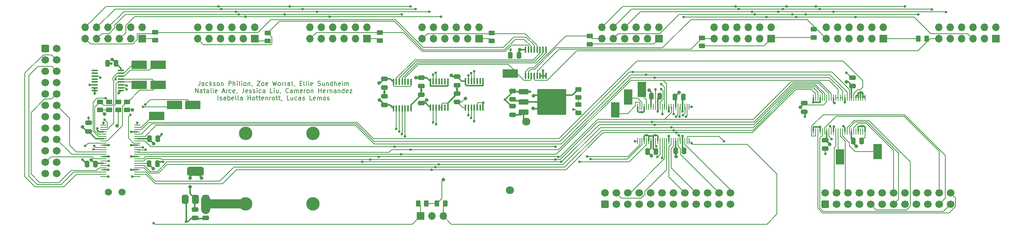
<source format=gtl>
G04 #@! TF.GenerationSoftware,KiCad,Pcbnew,9.0.1*
G04 #@! TF.CreationDate,2025-04-14T23:46:00-07:00*
G04 #@! TF.ProjectId,Input_PCB_V4,496e7075-745f-4504-9342-5f56342e6b69,rev?*
G04 #@! TF.SameCoordinates,Original*
G04 #@! TF.FileFunction,Copper,L1,Top*
G04 #@! TF.FilePolarity,Positive*
%FSLAX46Y46*%
G04 Gerber Fmt 4.6, Leading zero omitted, Abs format (unit mm)*
G04 Created by KiCad (PCBNEW 9.0.1) date 2025-04-14 23:46:00*
%MOMM*%
%LPD*%
G01*
G04 APERTURE LIST*
G04 Aperture macros list*
%AMRoundRect*
0 Rectangle with rounded corners*
0 $1 Rounding radius*
0 $2 $3 $4 $5 $6 $7 $8 $9 X,Y pos of 4 corners*
0 Add a 4 corners polygon primitive as box body*
4,1,4,$2,$3,$4,$5,$6,$7,$8,$9,$2,$3,0*
0 Add four circle primitives for the rounded corners*
1,1,$1+$1,$2,$3*
1,1,$1+$1,$4,$5*
1,1,$1+$1,$6,$7*
1,1,$1+$1,$8,$9*
0 Add four rect primitives between the rounded corners*
20,1,$1+$1,$2,$3,$4,$5,0*
20,1,$1+$1,$4,$5,$6,$7,0*
20,1,$1+$1,$6,$7,$8,$9,0*
20,1,$1+$1,$8,$9,$2,$3,0*%
G04 Aperture macros list end*
%ADD10C,0.150000*%
G04 #@! TA.AperFunction,NonConductor*
%ADD11C,0.150000*%
G04 #@! TD*
G04 #@! TA.AperFunction,SMDPad,CuDef*
%ADD12RoundRect,0.250000X-0.475000X0.250000X-0.475000X-0.250000X0.475000X-0.250000X0.475000X0.250000X0*%
G04 #@! TD*
G04 #@! TA.AperFunction,SMDPad,CuDef*
%ADD13R,3.450000X1.850000*%
G04 #@! TD*
G04 #@! TA.AperFunction,SMDPad,CuDef*
%ADD14RoundRect,0.250000X-0.450000X0.262500X-0.450000X-0.262500X0.450000X-0.262500X0.450000X0.262500X0*%
G04 #@! TD*
G04 #@! TA.AperFunction,ComponentPad*
%ADD15R,1.700000X1.700000*%
G04 #@! TD*
G04 #@! TA.AperFunction,ComponentPad*
%ADD16O,1.700000X1.700000*%
G04 #@! TD*
G04 #@! TA.AperFunction,ComponentPad*
%ADD17RoundRect,0.250000X0.600000X-0.600000X0.600000X0.600000X-0.600000X0.600000X-0.600000X-0.600000X0*%
G04 #@! TD*
G04 #@! TA.AperFunction,ComponentPad*
%ADD18C,1.700000*%
G04 #@! TD*
G04 #@! TA.AperFunction,SMDPad,CuDef*
%ADD19RoundRect,0.250000X0.262500X0.450000X-0.262500X0.450000X-0.262500X-0.450000X0.262500X-0.450000X0*%
G04 #@! TD*
G04 #@! TA.AperFunction,SMDPad,CuDef*
%ADD20R,0.354800X1.461999*%
G04 #@! TD*
G04 #@! TA.AperFunction,ComponentPad*
%ADD21C,3.000000*%
G04 #@! TD*
G04 #@! TA.AperFunction,SMDPad,CuDef*
%ADD22RoundRect,0.250000X0.475000X-0.250000X0.475000X0.250000X-0.475000X0.250000X-0.475000X-0.250000X0*%
G04 #@! TD*
G04 #@! TA.AperFunction,SMDPad,CuDef*
%ADD23RoundRect,0.250000X0.250000X0.475000X-0.250000X0.475000X-0.250000X-0.475000X0.250000X-0.475000X0*%
G04 #@! TD*
G04 #@! TA.AperFunction,SMDPad,CuDef*
%ADD24R,1.850000X3.450000*%
G04 #@! TD*
G04 #@! TA.AperFunction,SMDPad,CuDef*
%ADD25RoundRect,0.375000X0.375000X-0.625000X0.375000X0.625000X-0.375000X0.625000X-0.375000X-0.625000X0*%
G04 #@! TD*
G04 #@! TA.AperFunction,SMDPad,CuDef*
%ADD26RoundRect,0.500000X1.400000X-0.500000X1.400000X0.500000X-1.400000X0.500000X-1.400000X-0.500000X0*%
G04 #@! TD*
G04 #@! TA.AperFunction,SMDPad,CuDef*
%ADD27R,0.355600X1.409700*%
G04 #@! TD*
G04 #@! TA.AperFunction,SMDPad,CuDef*
%ADD28RoundRect,0.250000X-0.250000X-0.475000X0.250000X-0.475000X0.250000X0.475000X-0.250000X0.475000X0*%
G04 #@! TD*
G04 #@! TA.AperFunction,SMDPad,CuDef*
%ADD29R,1.461999X0.354800*%
G04 #@! TD*
G04 #@! TA.AperFunction,ComponentPad*
%ADD30C,1.574800*%
G04 #@! TD*
G04 #@! TA.AperFunction,SMDPad,CuDef*
%ADD31R,0.279400X1.404099*%
G04 #@! TD*
G04 #@! TA.AperFunction,SMDPad,CuDef*
%ADD32RoundRect,0.243750X0.456250X-0.243750X0.456250X0.243750X-0.456250X0.243750X-0.456250X-0.243750X0*%
G04 #@! TD*
G04 #@! TA.AperFunction,SMDPad,CuDef*
%ADD33RoundRect,0.250000X-0.262500X-0.450000X0.262500X-0.450000X0.262500X0.450000X-0.262500X0.450000X0*%
G04 #@! TD*
G04 #@! TA.AperFunction,SMDPad,CuDef*
%ADD34R,1.404099X0.279400*%
G04 #@! TD*
G04 #@! TA.AperFunction,SMDPad,CuDef*
%ADD35RoundRect,0.250000X0.450000X-0.262500X0.450000X0.262500X-0.450000X0.262500X-0.450000X-0.262500X0*%
G04 #@! TD*
G04 #@! TA.AperFunction,ComponentPad*
%ADD36RoundRect,0.250000X-0.600000X-0.600000X0.600000X-0.600000X0.600000X0.600000X-0.600000X0.600000X0*%
G04 #@! TD*
G04 #@! TA.AperFunction,SMDPad,CuDef*
%ADD37RoundRect,0.250000X-0.850000X-0.350000X0.850000X-0.350000X0.850000X0.350000X-0.850000X0.350000X0*%
G04 #@! TD*
G04 #@! TA.AperFunction,SMDPad,CuDef*
%ADD38RoundRect,0.250000X-1.275000X-1.125000X1.275000X-1.125000X1.275000X1.125000X-1.275000X1.125000X0*%
G04 #@! TD*
G04 #@! TA.AperFunction,SMDPad,CuDef*
%ADD39RoundRect,0.249997X-2.950003X-2.650003X2.950003X-2.650003X2.950003X2.650003X-2.950003X2.650003X0*%
G04 #@! TD*
G04 #@! TA.AperFunction,ViaPad*
%ADD40C,0.800000*%
G04 #@! TD*
G04 #@! TA.AperFunction,ViaPad*
%ADD41C,0.600000*%
G04 #@! TD*
G04 #@! TA.AperFunction,ViaPad*
%ADD42C,1.800000*%
G04 #@! TD*
G04 #@! TA.AperFunction,Conductor*
%ADD43C,0.300000*%
G04 #@! TD*
G04 #@! TA.AperFunction,Conductor*
%ADD44C,0.150000*%
G04 #@! TD*
G04 #@! TA.AperFunction,Conductor*
%ADD45C,0.200000*%
G04 #@! TD*
G04 #@! TA.AperFunction,Conductor*
%ADD46C,2.000000*%
G04 #@! TD*
G04 APERTURE END LIST*
D10*
D11*
X65795236Y-97449931D02*
X65795236Y-98164216D01*
X65795236Y-98164216D02*
X65747617Y-98307073D01*
X65747617Y-98307073D02*
X65652379Y-98402312D01*
X65652379Y-98402312D02*
X65509522Y-98449931D01*
X65509522Y-98449931D02*
X65414284Y-98449931D01*
X66699998Y-98449931D02*
X66699998Y-97926121D01*
X66699998Y-97926121D02*
X66652379Y-97830883D01*
X66652379Y-97830883D02*
X66557141Y-97783264D01*
X66557141Y-97783264D02*
X66366665Y-97783264D01*
X66366665Y-97783264D02*
X66271427Y-97830883D01*
X66699998Y-98402312D02*
X66604760Y-98449931D01*
X66604760Y-98449931D02*
X66366665Y-98449931D01*
X66366665Y-98449931D02*
X66271427Y-98402312D01*
X66271427Y-98402312D02*
X66223808Y-98307073D01*
X66223808Y-98307073D02*
X66223808Y-98211835D01*
X66223808Y-98211835D02*
X66271427Y-98116597D01*
X66271427Y-98116597D02*
X66366665Y-98068978D01*
X66366665Y-98068978D02*
X66604760Y-98068978D01*
X66604760Y-98068978D02*
X66699998Y-98021359D01*
X67604760Y-98402312D02*
X67509522Y-98449931D01*
X67509522Y-98449931D02*
X67319046Y-98449931D01*
X67319046Y-98449931D02*
X67223808Y-98402312D01*
X67223808Y-98402312D02*
X67176189Y-98354692D01*
X67176189Y-98354692D02*
X67128570Y-98259454D01*
X67128570Y-98259454D02*
X67128570Y-97973740D01*
X67128570Y-97973740D02*
X67176189Y-97878502D01*
X67176189Y-97878502D02*
X67223808Y-97830883D01*
X67223808Y-97830883D02*
X67319046Y-97783264D01*
X67319046Y-97783264D02*
X67509522Y-97783264D01*
X67509522Y-97783264D02*
X67604760Y-97830883D01*
X68033332Y-98449931D02*
X68033332Y-97449931D01*
X68128570Y-98068978D02*
X68414284Y-98449931D01*
X68414284Y-97783264D02*
X68033332Y-98164216D01*
X68795237Y-98402312D02*
X68890475Y-98449931D01*
X68890475Y-98449931D02*
X69080951Y-98449931D01*
X69080951Y-98449931D02*
X69176189Y-98402312D01*
X69176189Y-98402312D02*
X69223808Y-98307073D01*
X69223808Y-98307073D02*
X69223808Y-98259454D01*
X69223808Y-98259454D02*
X69176189Y-98164216D01*
X69176189Y-98164216D02*
X69080951Y-98116597D01*
X69080951Y-98116597D02*
X68938094Y-98116597D01*
X68938094Y-98116597D02*
X68842856Y-98068978D01*
X68842856Y-98068978D02*
X68795237Y-97973740D01*
X68795237Y-97973740D02*
X68795237Y-97926121D01*
X68795237Y-97926121D02*
X68842856Y-97830883D01*
X68842856Y-97830883D02*
X68938094Y-97783264D01*
X68938094Y-97783264D02*
X69080951Y-97783264D01*
X69080951Y-97783264D02*
X69176189Y-97830883D01*
X69795237Y-98449931D02*
X69699999Y-98402312D01*
X69699999Y-98402312D02*
X69652380Y-98354692D01*
X69652380Y-98354692D02*
X69604761Y-98259454D01*
X69604761Y-98259454D02*
X69604761Y-97973740D01*
X69604761Y-97973740D02*
X69652380Y-97878502D01*
X69652380Y-97878502D02*
X69699999Y-97830883D01*
X69699999Y-97830883D02*
X69795237Y-97783264D01*
X69795237Y-97783264D02*
X69938094Y-97783264D01*
X69938094Y-97783264D02*
X70033332Y-97830883D01*
X70033332Y-97830883D02*
X70080951Y-97878502D01*
X70080951Y-97878502D02*
X70128570Y-97973740D01*
X70128570Y-97973740D02*
X70128570Y-98259454D01*
X70128570Y-98259454D02*
X70080951Y-98354692D01*
X70080951Y-98354692D02*
X70033332Y-98402312D01*
X70033332Y-98402312D02*
X69938094Y-98449931D01*
X69938094Y-98449931D02*
X69795237Y-98449931D01*
X70557142Y-97783264D02*
X70557142Y-98449931D01*
X70557142Y-97878502D02*
X70604761Y-97830883D01*
X70604761Y-97830883D02*
X70699999Y-97783264D01*
X70699999Y-97783264D02*
X70842856Y-97783264D01*
X70842856Y-97783264D02*
X70938094Y-97830883D01*
X70938094Y-97830883D02*
X70985713Y-97926121D01*
X70985713Y-97926121D02*
X70985713Y-98449931D01*
X72223809Y-98449931D02*
X72223809Y-97449931D01*
X72223809Y-97449931D02*
X72604761Y-97449931D01*
X72604761Y-97449931D02*
X72699999Y-97497550D01*
X72699999Y-97497550D02*
X72747618Y-97545169D01*
X72747618Y-97545169D02*
X72795237Y-97640407D01*
X72795237Y-97640407D02*
X72795237Y-97783264D01*
X72795237Y-97783264D02*
X72747618Y-97878502D01*
X72747618Y-97878502D02*
X72699999Y-97926121D01*
X72699999Y-97926121D02*
X72604761Y-97973740D01*
X72604761Y-97973740D02*
X72223809Y-97973740D01*
X73223809Y-98449931D02*
X73223809Y-97449931D01*
X73652380Y-98449931D02*
X73652380Y-97926121D01*
X73652380Y-97926121D02*
X73604761Y-97830883D01*
X73604761Y-97830883D02*
X73509523Y-97783264D01*
X73509523Y-97783264D02*
X73366666Y-97783264D01*
X73366666Y-97783264D02*
X73271428Y-97830883D01*
X73271428Y-97830883D02*
X73223809Y-97878502D01*
X74128571Y-98449931D02*
X74128571Y-97783264D01*
X74128571Y-97449931D02*
X74080952Y-97497550D01*
X74080952Y-97497550D02*
X74128571Y-97545169D01*
X74128571Y-97545169D02*
X74176190Y-97497550D01*
X74176190Y-97497550D02*
X74128571Y-97449931D01*
X74128571Y-97449931D02*
X74128571Y-97545169D01*
X74747618Y-98449931D02*
X74652380Y-98402312D01*
X74652380Y-98402312D02*
X74604761Y-98307073D01*
X74604761Y-98307073D02*
X74604761Y-97449931D01*
X75128571Y-98449931D02*
X75128571Y-97783264D01*
X75128571Y-97449931D02*
X75080952Y-97497550D01*
X75080952Y-97497550D02*
X75128571Y-97545169D01*
X75128571Y-97545169D02*
X75176190Y-97497550D01*
X75176190Y-97497550D02*
X75128571Y-97449931D01*
X75128571Y-97449931D02*
X75128571Y-97545169D01*
X75747618Y-98449931D02*
X75652380Y-98402312D01*
X75652380Y-98402312D02*
X75604761Y-98354692D01*
X75604761Y-98354692D02*
X75557142Y-98259454D01*
X75557142Y-98259454D02*
X75557142Y-97973740D01*
X75557142Y-97973740D02*
X75604761Y-97878502D01*
X75604761Y-97878502D02*
X75652380Y-97830883D01*
X75652380Y-97830883D02*
X75747618Y-97783264D01*
X75747618Y-97783264D02*
X75890475Y-97783264D01*
X75890475Y-97783264D02*
X75985713Y-97830883D01*
X75985713Y-97830883D02*
X76033332Y-97878502D01*
X76033332Y-97878502D02*
X76080951Y-97973740D01*
X76080951Y-97973740D02*
X76080951Y-98259454D01*
X76080951Y-98259454D02*
X76033332Y-98354692D01*
X76033332Y-98354692D02*
X75985713Y-98402312D01*
X75985713Y-98402312D02*
X75890475Y-98449931D01*
X75890475Y-98449931D02*
X75747618Y-98449931D01*
X76509523Y-97783264D02*
X76509523Y-98449931D01*
X76509523Y-97878502D02*
X76557142Y-97830883D01*
X76557142Y-97830883D02*
X76652380Y-97783264D01*
X76652380Y-97783264D02*
X76795237Y-97783264D01*
X76795237Y-97783264D02*
X76890475Y-97830883D01*
X76890475Y-97830883D02*
X76938094Y-97926121D01*
X76938094Y-97926121D02*
X76938094Y-98449931D01*
X77461904Y-98402312D02*
X77461904Y-98449931D01*
X77461904Y-98449931D02*
X77414285Y-98545169D01*
X77414285Y-98545169D02*
X77366666Y-98592788D01*
X78557142Y-97449931D02*
X79223808Y-97449931D01*
X79223808Y-97449931D02*
X78557142Y-98449931D01*
X78557142Y-98449931D02*
X79223808Y-98449931D01*
X79747618Y-98449931D02*
X79652380Y-98402312D01*
X79652380Y-98402312D02*
X79604761Y-98354692D01*
X79604761Y-98354692D02*
X79557142Y-98259454D01*
X79557142Y-98259454D02*
X79557142Y-97973740D01*
X79557142Y-97973740D02*
X79604761Y-97878502D01*
X79604761Y-97878502D02*
X79652380Y-97830883D01*
X79652380Y-97830883D02*
X79747618Y-97783264D01*
X79747618Y-97783264D02*
X79890475Y-97783264D01*
X79890475Y-97783264D02*
X79985713Y-97830883D01*
X79985713Y-97830883D02*
X80033332Y-97878502D01*
X80033332Y-97878502D02*
X80080951Y-97973740D01*
X80080951Y-97973740D02*
X80080951Y-98259454D01*
X80080951Y-98259454D02*
X80033332Y-98354692D01*
X80033332Y-98354692D02*
X79985713Y-98402312D01*
X79985713Y-98402312D02*
X79890475Y-98449931D01*
X79890475Y-98449931D02*
X79747618Y-98449931D01*
X80890475Y-98402312D02*
X80795237Y-98449931D01*
X80795237Y-98449931D02*
X80604761Y-98449931D01*
X80604761Y-98449931D02*
X80509523Y-98402312D01*
X80509523Y-98402312D02*
X80461904Y-98307073D01*
X80461904Y-98307073D02*
X80461904Y-97926121D01*
X80461904Y-97926121D02*
X80509523Y-97830883D01*
X80509523Y-97830883D02*
X80604761Y-97783264D01*
X80604761Y-97783264D02*
X80795237Y-97783264D01*
X80795237Y-97783264D02*
X80890475Y-97830883D01*
X80890475Y-97830883D02*
X80938094Y-97926121D01*
X80938094Y-97926121D02*
X80938094Y-98021359D01*
X80938094Y-98021359D02*
X80461904Y-98116597D01*
X82033333Y-97449931D02*
X82271428Y-98449931D01*
X82271428Y-98449931D02*
X82461904Y-97735645D01*
X82461904Y-97735645D02*
X82652380Y-98449931D01*
X82652380Y-98449931D02*
X82890476Y-97449931D01*
X83414285Y-98449931D02*
X83319047Y-98402312D01*
X83319047Y-98402312D02*
X83271428Y-98354692D01*
X83271428Y-98354692D02*
X83223809Y-98259454D01*
X83223809Y-98259454D02*
X83223809Y-97973740D01*
X83223809Y-97973740D02*
X83271428Y-97878502D01*
X83271428Y-97878502D02*
X83319047Y-97830883D01*
X83319047Y-97830883D02*
X83414285Y-97783264D01*
X83414285Y-97783264D02*
X83557142Y-97783264D01*
X83557142Y-97783264D02*
X83652380Y-97830883D01*
X83652380Y-97830883D02*
X83699999Y-97878502D01*
X83699999Y-97878502D02*
X83747618Y-97973740D01*
X83747618Y-97973740D02*
X83747618Y-98259454D01*
X83747618Y-98259454D02*
X83699999Y-98354692D01*
X83699999Y-98354692D02*
X83652380Y-98402312D01*
X83652380Y-98402312D02*
X83557142Y-98449931D01*
X83557142Y-98449931D02*
X83414285Y-98449931D01*
X84176190Y-98449931D02*
X84176190Y-97783264D01*
X84176190Y-97973740D02*
X84223809Y-97878502D01*
X84223809Y-97878502D02*
X84271428Y-97830883D01*
X84271428Y-97830883D02*
X84366666Y-97783264D01*
X84366666Y-97783264D02*
X84461904Y-97783264D01*
X84795238Y-98449931D02*
X84795238Y-97783264D01*
X84795238Y-97973740D02*
X84842857Y-97878502D01*
X84842857Y-97878502D02*
X84890476Y-97830883D01*
X84890476Y-97830883D02*
X84985714Y-97783264D01*
X84985714Y-97783264D02*
X85080952Y-97783264D01*
X85842857Y-98449931D02*
X85842857Y-97926121D01*
X85842857Y-97926121D02*
X85795238Y-97830883D01*
X85795238Y-97830883D02*
X85700000Y-97783264D01*
X85700000Y-97783264D02*
X85509524Y-97783264D01*
X85509524Y-97783264D02*
X85414286Y-97830883D01*
X85842857Y-98402312D02*
X85747619Y-98449931D01*
X85747619Y-98449931D02*
X85509524Y-98449931D01*
X85509524Y-98449931D02*
X85414286Y-98402312D01*
X85414286Y-98402312D02*
X85366667Y-98307073D01*
X85366667Y-98307073D02*
X85366667Y-98211835D01*
X85366667Y-98211835D02*
X85414286Y-98116597D01*
X85414286Y-98116597D02*
X85509524Y-98068978D01*
X85509524Y-98068978D02*
X85747619Y-98068978D01*
X85747619Y-98068978D02*
X85842857Y-98021359D01*
X86461905Y-98449931D02*
X86366667Y-98402312D01*
X86366667Y-98402312D02*
X86319048Y-98307073D01*
X86319048Y-98307073D02*
X86319048Y-97449931D01*
X86890477Y-98402312D02*
X86890477Y-98449931D01*
X86890477Y-98449931D02*
X86842858Y-98545169D01*
X86842858Y-98545169D02*
X86795239Y-98592788D01*
X88080953Y-97926121D02*
X88414286Y-97926121D01*
X88557143Y-98449931D02*
X88080953Y-98449931D01*
X88080953Y-98449931D02*
X88080953Y-97449931D01*
X88080953Y-97449931D02*
X88557143Y-97449931D01*
X89128572Y-98449931D02*
X89033334Y-98402312D01*
X89033334Y-98402312D02*
X88985715Y-98307073D01*
X88985715Y-98307073D02*
X88985715Y-97449931D01*
X89652382Y-98449931D02*
X89557144Y-98402312D01*
X89557144Y-98402312D02*
X89509525Y-98307073D01*
X89509525Y-98307073D02*
X89509525Y-97449931D01*
X90033335Y-98449931D02*
X90033335Y-97783264D01*
X90033335Y-97449931D02*
X89985716Y-97497550D01*
X89985716Y-97497550D02*
X90033335Y-97545169D01*
X90033335Y-97545169D02*
X90080954Y-97497550D01*
X90080954Y-97497550D02*
X90033335Y-97449931D01*
X90033335Y-97449931D02*
X90033335Y-97545169D01*
X90890477Y-98402312D02*
X90795239Y-98449931D01*
X90795239Y-98449931D02*
X90604763Y-98449931D01*
X90604763Y-98449931D02*
X90509525Y-98402312D01*
X90509525Y-98402312D02*
X90461906Y-98307073D01*
X90461906Y-98307073D02*
X90461906Y-97926121D01*
X90461906Y-97926121D02*
X90509525Y-97830883D01*
X90509525Y-97830883D02*
X90604763Y-97783264D01*
X90604763Y-97783264D02*
X90795239Y-97783264D01*
X90795239Y-97783264D02*
X90890477Y-97830883D01*
X90890477Y-97830883D02*
X90938096Y-97926121D01*
X90938096Y-97926121D02*
X90938096Y-98021359D01*
X90938096Y-98021359D02*
X90461906Y-98116597D01*
X92080954Y-98402312D02*
X92223811Y-98449931D01*
X92223811Y-98449931D02*
X92461906Y-98449931D01*
X92461906Y-98449931D02*
X92557144Y-98402312D01*
X92557144Y-98402312D02*
X92604763Y-98354692D01*
X92604763Y-98354692D02*
X92652382Y-98259454D01*
X92652382Y-98259454D02*
X92652382Y-98164216D01*
X92652382Y-98164216D02*
X92604763Y-98068978D01*
X92604763Y-98068978D02*
X92557144Y-98021359D01*
X92557144Y-98021359D02*
X92461906Y-97973740D01*
X92461906Y-97973740D02*
X92271430Y-97926121D01*
X92271430Y-97926121D02*
X92176192Y-97878502D01*
X92176192Y-97878502D02*
X92128573Y-97830883D01*
X92128573Y-97830883D02*
X92080954Y-97735645D01*
X92080954Y-97735645D02*
X92080954Y-97640407D01*
X92080954Y-97640407D02*
X92128573Y-97545169D01*
X92128573Y-97545169D02*
X92176192Y-97497550D01*
X92176192Y-97497550D02*
X92271430Y-97449931D01*
X92271430Y-97449931D02*
X92509525Y-97449931D01*
X92509525Y-97449931D02*
X92652382Y-97497550D01*
X93509525Y-97783264D02*
X93509525Y-98449931D01*
X93080954Y-97783264D02*
X93080954Y-98307073D01*
X93080954Y-98307073D02*
X93128573Y-98402312D01*
X93128573Y-98402312D02*
X93223811Y-98449931D01*
X93223811Y-98449931D02*
X93366668Y-98449931D01*
X93366668Y-98449931D02*
X93461906Y-98402312D01*
X93461906Y-98402312D02*
X93509525Y-98354692D01*
X93985716Y-97783264D02*
X93985716Y-98449931D01*
X93985716Y-97878502D02*
X94033335Y-97830883D01*
X94033335Y-97830883D02*
X94128573Y-97783264D01*
X94128573Y-97783264D02*
X94271430Y-97783264D01*
X94271430Y-97783264D02*
X94366668Y-97830883D01*
X94366668Y-97830883D02*
X94414287Y-97926121D01*
X94414287Y-97926121D02*
X94414287Y-98449931D01*
X95319049Y-98449931D02*
X95319049Y-97449931D01*
X95319049Y-98402312D02*
X95223811Y-98449931D01*
X95223811Y-98449931D02*
X95033335Y-98449931D01*
X95033335Y-98449931D02*
X94938097Y-98402312D01*
X94938097Y-98402312D02*
X94890478Y-98354692D01*
X94890478Y-98354692D02*
X94842859Y-98259454D01*
X94842859Y-98259454D02*
X94842859Y-97973740D01*
X94842859Y-97973740D02*
X94890478Y-97878502D01*
X94890478Y-97878502D02*
X94938097Y-97830883D01*
X94938097Y-97830883D02*
X95033335Y-97783264D01*
X95033335Y-97783264D02*
X95223811Y-97783264D01*
X95223811Y-97783264D02*
X95319049Y-97830883D01*
X95795240Y-98449931D02*
X95795240Y-97449931D01*
X96223811Y-98449931D02*
X96223811Y-97926121D01*
X96223811Y-97926121D02*
X96176192Y-97830883D01*
X96176192Y-97830883D02*
X96080954Y-97783264D01*
X96080954Y-97783264D02*
X95938097Y-97783264D01*
X95938097Y-97783264D02*
X95842859Y-97830883D01*
X95842859Y-97830883D02*
X95795240Y-97878502D01*
X97080954Y-98402312D02*
X96985716Y-98449931D01*
X96985716Y-98449931D02*
X96795240Y-98449931D01*
X96795240Y-98449931D02*
X96700002Y-98402312D01*
X96700002Y-98402312D02*
X96652383Y-98307073D01*
X96652383Y-98307073D02*
X96652383Y-97926121D01*
X96652383Y-97926121D02*
X96700002Y-97830883D01*
X96700002Y-97830883D02*
X96795240Y-97783264D01*
X96795240Y-97783264D02*
X96985716Y-97783264D01*
X96985716Y-97783264D02*
X97080954Y-97830883D01*
X97080954Y-97830883D02*
X97128573Y-97926121D01*
X97128573Y-97926121D02*
X97128573Y-98021359D01*
X97128573Y-98021359D02*
X96652383Y-98116597D01*
X97557145Y-98449931D02*
X97557145Y-97783264D01*
X97557145Y-97449931D02*
X97509526Y-97497550D01*
X97509526Y-97497550D02*
X97557145Y-97545169D01*
X97557145Y-97545169D02*
X97604764Y-97497550D01*
X97604764Y-97497550D02*
X97557145Y-97449931D01*
X97557145Y-97449931D02*
X97557145Y-97545169D01*
X98033335Y-98449931D02*
X98033335Y-97783264D01*
X98033335Y-97878502D02*
X98080954Y-97830883D01*
X98080954Y-97830883D02*
X98176192Y-97783264D01*
X98176192Y-97783264D02*
X98319049Y-97783264D01*
X98319049Y-97783264D02*
X98414287Y-97830883D01*
X98414287Y-97830883D02*
X98461906Y-97926121D01*
X98461906Y-97926121D02*
X98461906Y-98449931D01*
X98461906Y-97926121D02*
X98509525Y-97830883D01*
X98509525Y-97830883D02*
X98604763Y-97783264D01*
X98604763Y-97783264D02*
X98747620Y-97783264D01*
X98747620Y-97783264D02*
X98842859Y-97830883D01*
X98842859Y-97830883D02*
X98890478Y-97926121D01*
X98890478Y-97926121D02*
X98890478Y-98449931D01*
X64819046Y-100059875D02*
X64819046Y-99059875D01*
X64819046Y-99059875D02*
X65390474Y-100059875D01*
X65390474Y-100059875D02*
X65390474Y-99059875D01*
X66295236Y-100059875D02*
X66295236Y-99536065D01*
X66295236Y-99536065D02*
X66247617Y-99440827D01*
X66247617Y-99440827D02*
X66152379Y-99393208D01*
X66152379Y-99393208D02*
X65961903Y-99393208D01*
X65961903Y-99393208D02*
X65866665Y-99440827D01*
X66295236Y-100012256D02*
X66199998Y-100059875D01*
X66199998Y-100059875D02*
X65961903Y-100059875D01*
X65961903Y-100059875D02*
X65866665Y-100012256D01*
X65866665Y-100012256D02*
X65819046Y-99917017D01*
X65819046Y-99917017D02*
X65819046Y-99821779D01*
X65819046Y-99821779D02*
X65866665Y-99726541D01*
X65866665Y-99726541D02*
X65961903Y-99678922D01*
X65961903Y-99678922D02*
X66199998Y-99678922D01*
X66199998Y-99678922D02*
X66295236Y-99631303D01*
X66628570Y-99393208D02*
X67009522Y-99393208D01*
X66771427Y-99059875D02*
X66771427Y-99917017D01*
X66771427Y-99917017D02*
X66819046Y-100012256D01*
X66819046Y-100012256D02*
X66914284Y-100059875D01*
X66914284Y-100059875D02*
X67009522Y-100059875D01*
X67771427Y-100059875D02*
X67771427Y-99536065D01*
X67771427Y-99536065D02*
X67723808Y-99440827D01*
X67723808Y-99440827D02*
X67628570Y-99393208D01*
X67628570Y-99393208D02*
X67438094Y-99393208D01*
X67438094Y-99393208D02*
X67342856Y-99440827D01*
X67771427Y-100012256D02*
X67676189Y-100059875D01*
X67676189Y-100059875D02*
X67438094Y-100059875D01*
X67438094Y-100059875D02*
X67342856Y-100012256D01*
X67342856Y-100012256D02*
X67295237Y-99917017D01*
X67295237Y-99917017D02*
X67295237Y-99821779D01*
X67295237Y-99821779D02*
X67342856Y-99726541D01*
X67342856Y-99726541D02*
X67438094Y-99678922D01*
X67438094Y-99678922D02*
X67676189Y-99678922D01*
X67676189Y-99678922D02*
X67771427Y-99631303D01*
X68390475Y-100059875D02*
X68295237Y-100012256D01*
X68295237Y-100012256D02*
X68247618Y-99917017D01*
X68247618Y-99917017D02*
X68247618Y-99059875D01*
X68771428Y-100059875D02*
X68771428Y-99393208D01*
X68771428Y-99059875D02*
X68723809Y-99107494D01*
X68723809Y-99107494D02*
X68771428Y-99155113D01*
X68771428Y-99155113D02*
X68819047Y-99107494D01*
X68819047Y-99107494D02*
X68771428Y-99059875D01*
X68771428Y-99059875D02*
X68771428Y-99155113D01*
X69628570Y-100012256D02*
X69533332Y-100059875D01*
X69533332Y-100059875D02*
X69342856Y-100059875D01*
X69342856Y-100059875D02*
X69247618Y-100012256D01*
X69247618Y-100012256D02*
X69199999Y-99917017D01*
X69199999Y-99917017D02*
X69199999Y-99536065D01*
X69199999Y-99536065D02*
X69247618Y-99440827D01*
X69247618Y-99440827D02*
X69342856Y-99393208D01*
X69342856Y-99393208D02*
X69533332Y-99393208D01*
X69533332Y-99393208D02*
X69628570Y-99440827D01*
X69628570Y-99440827D02*
X69676189Y-99536065D01*
X69676189Y-99536065D02*
X69676189Y-99631303D01*
X69676189Y-99631303D02*
X69199999Y-99726541D01*
X70819047Y-99774160D02*
X71295237Y-99774160D01*
X70723809Y-100059875D02*
X71057142Y-99059875D01*
X71057142Y-99059875D02*
X71390475Y-100059875D01*
X71723809Y-100059875D02*
X71723809Y-99393208D01*
X71723809Y-99583684D02*
X71771428Y-99488446D01*
X71771428Y-99488446D02*
X71819047Y-99440827D01*
X71819047Y-99440827D02*
X71914285Y-99393208D01*
X71914285Y-99393208D02*
X72009523Y-99393208D01*
X72771428Y-100012256D02*
X72676190Y-100059875D01*
X72676190Y-100059875D02*
X72485714Y-100059875D01*
X72485714Y-100059875D02*
X72390476Y-100012256D01*
X72390476Y-100012256D02*
X72342857Y-99964636D01*
X72342857Y-99964636D02*
X72295238Y-99869398D01*
X72295238Y-99869398D02*
X72295238Y-99583684D01*
X72295238Y-99583684D02*
X72342857Y-99488446D01*
X72342857Y-99488446D02*
X72390476Y-99440827D01*
X72390476Y-99440827D02*
X72485714Y-99393208D01*
X72485714Y-99393208D02*
X72676190Y-99393208D01*
X72676190Y-99393208D02*
X72771428Y-99440827D01*
X73580952Y-100012256D02*
X73485714Y-100059875D01*
X73485714Y-100059875D02*
X73295238Y-100059875D01*
X73295238Y-100059875D02*
X73200000Y-100012256D01*
X73200000Y-100012256D02*
X73152381Y-99917017D01*
X73152381Y-99917017D02*
X73152381Y-99536065D01*
X73152381Y-99536065D02*
X73200000Y-99440827D01*
X73200000Y-99440827D02*
X73295238Y-99393208D01*
X73295238Y-99393208D02*
X73485714Y-99393208D01*
X73485714Y-99393208D02*
X73580952Y-99440827D01*
X73580952Y-99440827D02*
X73628571Y-99536065D01*
X73628571Y-99536065D02*
X73628571Y-99631303D01*
X73628571Y-99631303D02*
X73152381Y-99726541D01*
X74104762Y-100012256D02*
X74104762Y-100059875D01*
X74104762Y-100059875D02*
X74057143Y-100155113D01*
X74057143Y-100155113D02*
X74009524Y-100202732D01*
X75580952Y-99059875D02*
X75580952Y-99774160D01*
X75580952Y-99774160D02*
X75533333Y-99917017D01*
X75533333Y-99917017D02*
X75438095Y-100012256D01*
X75438095Y-100012256D02*
X75295238Y-100059875D01*
X75295238Y-100059875D02*
X75200000Y-100059875D01*
X76438095Y-100012256D02*
X76342857Y-100059875D01*
X76342857Y-100059875D02*
X76152381Y-100059875D01*
X76152381Y-100059875D02*
X76057143Y-100012256D01*
X76057143Y-100012256D02*
X76009524Y-99917017D01*
X76009524Y-99917017D02*
X76009524Y-99536065D01*
X76009524Y-99536065D02*
X76057143Y-99440827D01*
X76057143Y-99440827D02*
X76152381Y-99393208D01*
X76152381Y-99393208D02*
X76342857Y-99393208D01*
X76342857Y-99393208D02*
X76438095Y-99440827D01*
X76438095Y-99440827D02*
X76485714Y-99536065D01*
X76485714Y-99536065D02*
X76485714Y-99631303D01*
X76485714Y-99631303D02*
X76009524Y-99726541D01*
X76866667Y-100012256D02*
X76961905Y-100059875D01*
X76961905Y-100059875D02*
X77152381Y-100059875D01*
X77152381Y-100059875D02*
X77247619Y-100012256D01*
X77247619Y-100012256D02*
X77295238Y-99917017D01*
X77295238Y-99917017D02*
X77295238Y-99869398D01*
X77295238Y-99869398D02*
X77247619Y-99774160D01*
X77247619Y-99774160D02*
X77152381Y-99726541D01*
X77152381Y-99726541D02*
X77009524Y-99726541D01*
X77009524Y-99726541D02*
X76914286Y-99678922D01*
X76914286Y-99678922D02*
X76866667Y-99583684D01*
X76866667Y-99583684D02*
X76866667Y-99536065D01*
X76866667Y-99536065D02*
X76914286Y-99440827D01*
X76914286Y-99440827D02*
X77009524Y-99393208D01*
X77009524Y-99393208D02*
X77152381Y-99393208D01*
X77152381Y-99393208D02*
X77247619Y-99440827D01*
X77676191Y-100012256D02*
X77771429Y-100059875D01*
X77771429Y-100059875D02*
X77961905Y-100059875D01*
X77961905Y-100059875D02*
X78057143Y-100012256D01*
X78057143Y-100012256D02*
X78104762Y-99917017D01*
X78104762Y-99917017D02*
X78104762Y-99869398D01*
X78104762Y-99869398D02*
X78057143Y-99774160D01*
X78057143Y-99774160D02*
X77961905Y-99726541D01*
X77961905Y-99726541D02*
X77819048Y-99726541D01*
X77819048Y-99726541D02*
X77723810Y-99678922D01*
X77723810Y-99678922D02*
X77676191Y-99583684D01*
X77676191Y-99583684D02*
X77676191Y-99536065D01*
X77676191Y-99536065D02*
X77723810Y-99440827D01*
X77723810Y-99440827D02*
X77819048Y-99393208D01*
X77819048Y-99393208D02*
X77961905Y-99393208D01*
X77961905Y-99393208D02*
X78057143Y-99440827D01*
X78533334Y-100059875D02*
X78533334Y-99393208D01*
X78533334Y-99059875D02*
X78485715Y-99107494D01*
X78485715Y-99107494D02*
X78533334Y-99155113D01*
X78533334Y-99155113D02*
X78580953Y-99107494D01*
X78580953Y-99107494D02*
X78533334Y-99059875D01*
X78533334Y-99059875D02*
X78533334Y-99155113D01*
X79438095Y-100012256D02*
X79342857Y-100059875D01*
X79342857Y-100059875D02*
X79152381Y-100059875D01*
X79152381Y-100059875D02*
X79057143Y-100012256D01*
X79057143Y-100012256D02*
X79009524Y-99964636D01*
X79009524Y-99964636D02*
X78961905Y-99869398D01*
X78961905Y-99869398D02*
X78961905Y-99583684D01*
X78961905Y-99583684D02*
X79009524Y-99488446D01*
X79009524Y-99488446D02*
X79057143Y-99440827D01*
X79057143Y-99440827D02*
X79152381Y-99393208D01*
X79152381Y-99393208D02*
X79342857Y-99393208D01*
X79342857Y-99393208D02*
X79438095Y-99440827D01*
X80295238Y-100059875D02*
X80295238Y-99536065D01*
X80295238Y-99536065D02*
X80247619Y-99440827D01*
X80247619Y-99440827D02*
X80152381Y-99393208D01*
X80152381Y-99393208D02*
X79961905Y-99393208D01*
X79961905Y-99393208D02*
X79866667Y-99440827D01*
X80295238Y-100012256D02*
X80200000Y-100059875D01*
X80200000Y-100059875D02*
X79961905Y-100059875D01*
X79961905Y-100059875D02*
X79866667Y-100012256D01*
X79866667Y-100012256D02*
X79819048Y-99917017D01*
X79819048Y-99917017D02*
X79819048Y-99821779D01*
X79819048Y-99821779D02*
X79866667Y-99726541D01*
X79866667Y-99726541D02*
X79961905Y-99678922D01*
X79961905Y-99678922D02*
X80200000Y-99678922D01*
X80200000Y-99678922D02*
X80295238Y-99631303D01*
X82009524Y-100059875D02*
X81533334Y-100059875D01*
X81533334Y-100059875D02*
X81533334Y-99059875D01*
X82342858Y-100059875D02*
X82342858Y-99393208D01*
X82342858Y-99059875D02*
X82295239Y-99107494D01*
X82295239Y-99107494D02*
X82342858Y-99155113D01*
X82342858Y-99155113D02*
X82390477Y-99107494D01*
X82390477Y-99107494D02*
X82342858Y-99059875D01*
X82342858Y-99059875D02*
X82342858Y-99155113D01*
X83247619Y-99393208D02*
X83247619Y-100059875D01*
X82819048Y-99393208D02*
X82819048Y-99917017D01*
X82819048Y-99917017D02*
X82866667Y-100012256D01*
X82866667Y-100012256D02*
X82961905Y-100059875D01*
X82961905Y-100059875D02*
X83104762Y-100059875D01*
X83104762Y-100059875D02*
X83200000Y-100012256D01*
X83200000Y-100012256D02*
X83247619Y-99964636D01*
X83771429Y-100012256D02*
X83771429Y-100059875D01*
X83771429Y-100059875D02*
X83723810Y-100155113D01*
X83723810Y-100155113D02*
X83676191Y-100202732D01*
X85533333Y-99964636D02*
X85485714Y-100012256D01*
X85485714Y-100012256D02*
X85342857Y-100059875D01*
X85342857Y-100059875D02*
X85247619Y-100059875D01*
X85247619Y-100059875D02*
X85104762Y-100012256D01*
X85104762Y-100012256D02*
X85009524Y-99917017D01*
X85009524Y-99917017D02*
X84961905Y-99821779D01*
X84961905Y-99821779D02*
X84914286Y-99631303D01*
X84914286Y-99631303D02*
X84914286Y-99488446D01*
X84914286Y-99488446D02*
X84961905Y-99297970D01*
X84961905Y-99297970D02*
X85009524Y-99202732D01*
X85009524Y-99202732D02*
X85104762Y-99107494D01*
X85104762Y-99107494D02*
X85247619Y-99059875D01*
X85247619Y-99059875D02*
X85342857Y-99059875D01*
X85342857Y-99059875D02*
X85485714Y-99107494D01*
X85485714Y-99107494D02*
X85533333Y-99155113D01*
X86390476Y-100059875D02*
X86390476Y-99536065D01*
X86390476Y-99536065D02*
X86342857Y-99440827D01*
X86342857Y-99440827D02*
X86247619Y-99393208D01*
X86247619Y-99393208D02*
X86057143Y-99393208D01*
X86057143Y-99393208D02*
X85961905Y-99440827D01*
X86390476Y-100012256D02*
X86295238Y-100059875D01*
X86295238Y-100059875D02*
X86057143Y-100059875D01*
X86057143Y-100059875D02*
X85961905Y-100012256D01*
X85961905Y-100012256D02*
X85914286Y-99917017D01*
X85914286Y-99917017D02*
X85914286Y-99821779D01*
X85914286Y-99821779D02*
X85961905Y-99726541D01*
X85961905Y-99726541D02*
X86057143Y-99678922D01*
X86057143Y-99678922D02*
X86295238Y-99678922D01*
X86295238Y-99678922D02*
X86390476Y-99631303D01*
X86866667Y-100059875D02*
X86866667Y-99393208D01*
X86866667Y-99488446D02*
X86914286Y-99440827D01*
X86914286Y-99440827D02*
X87009524Y-99393208D01*
X87009524Y-99393208D02*
X87152381Y-99393208D01*
X87152381Y-99393208D02*
X87247619Y-99440827D01*
X87247619Y-99440827D02*
X87295238Y-99536065D01*
X87295238Y-99536065D02*
X87295238Y-100059875D01*
X87295238Y-99536065D02*
X87342857Y-99440827D01*
X87342857Y-99440827D02*
X87438095Y-99393208D01*
X87438095Y-99393208D02*
X87580952Y-99393208D01*
X87580952Y-99393208D02*
X87676191Y-99440827D01*
X87676191Y-99440827D02*
X87723810Y-99536065D01*
X87723810Y-99536065D02*
X87723810Y-100059875D01*
X88580952Y-100012256D02*
X88485714Y-100059875D01*
X88485714Y-100059875D02*
X88295238Y-100059875D01*
X88295238Y-100059875D02*
X88200000Y-100012256D01*
X88200000Y-100012256D02*
X88152381Y-99917017D01*
X88152381Y-99917017D02*
X88152381Y-99536065D01*
X88152381Y-99536065D02*
X88200000Y-99440827D01*
X88200000Y-99440827D02*
X88295238Y-99393208D01*
X88295238Y-99393208D02*
X88485714Y-99393208D01*
X88485714Y-99393208D02*
X88580952Y-99440827D01*
X88580952Y-99440827D02*
X88628571Y-99536065D01*
X88628571Y-99536065D02*
X88628571Y-99631303D01*
X88628571Y-99631303D02*
X88152381Y-99726541D01*
X89057143Y-100059875D02*
X89057143Y-99393208D01*
X89057143Y-99583684D02*
X89104762Y-99488446D01*
X89104762Y-99488446D02*
X89152381Y-99440827D01*
X89152381Y-99440827D02*
X89247619Y-99393208D01*
X89247619Y-99393208D02*
X89342857Y-99393208D01*
X89819048Y-100059875D02*
X89723810Y-100012256D01*
X89723810Y-100012256D02*
X89676191Y-99964636D01*
X89676191Y-99964636D02*
X89628572Y-99869398D01*
X89628572Y-99869398D02*
X89628572Y-99583684D01*
X89628572Y-99583684D02*
X89676191Y-99488446D01*
X89676191Y-99488446D02*
X89723810Y-99440827D01*
X89723810Y-99440827D02*
X89819048Y-99393208D01*
X89819048Y-99393208D02*
X89961905Y-99393208D01*
X89961905Y-99393208D02*
X90057143Y-99440827D01*
X90057143Y-99440827D02*
X90104762Y-99488446D01*
X90104762Y-99488446D02*
X90152381Y-99583684D01*
X90152381Y-99583684D02*
X90152381Y-99869398D01*
X90152381Y-99869398D02*
X90104762Y-99964636D01*
X90104762Y-99964636D02*
X90057143Y-100012256D01*
X90057143Y-100012256D02*
X89961905Y-100059875D01*
X89961905Y-100059875D02*
X89819048Y-100059875D01*
X90580953Y-99393208D02*
X90580953Y-100059875D01*
X90580953Y-99488446D02*
X90628572Y-99440827D01*
X90628572Y-99440827D02*
X90723810Y-99393208D01*
X90723810Y-99393208D02*
X90866667Y-99393208D01*
X90866667Y-99393208D02*
X90961905Y-99440827D01*
X90961905Y-99440827D02*
X91009524Y-99536065D01*
X91009524Y-99536065D02*
X91009524Y-100059875D01*
X92247620Y-100059875D02*
X92247620Y-99059875D01*
X92247620Y-99536065D02*
X92819048Y-99536065D01*
X92819048Y-100059875D02*
X92819048Y-99059875D01*
X93676191Y-100012256D02*
X93580953Y-100059875D01*
X93580953Y-100059875D02*
X93390477Y-100059875D01*
X93390477Y-100059875D02*
X93295239Y-100012256D01*
X93295239Y-100012256D02*
X93247620Y-99917017D01*
X93247620Y-99917017D02*
X93247620Y-99536065D01*
X93247620Y-99536065D02*
X93295239Y-99440827D01*
X93295239Y-99440827D02*
X93390477Y-99393208D01*
X93390477Y-99393208D02*
X93580953Y-99393208D01*
X93580953Y-99393208D02*
X93676191Y-99440827D01*
X93676191Y-99440827D02*
X93723810Y-99536065D01*
X93723810Y-99536065D02*
X93723810Y-99631303D01*
X93723810Y-99631303D02*
X93247620Y-99726541D01*
X94152382Y-100059875D02*
X94152382Y-99393208D01*
X94152382Y-99583684D02*
X94200001Y-99488446D01*
X94200001Y-99488446D02*
X94247620Y-99440827D01*
X94247620Y-99440827D02*
X94342858Y-99393208D01*
X94342858Y-99393208D02*
X94438096Y-99393208D01*
X94771430Y-99393208D02*
X94771430Y-100059875D01*
X94771430Y-99488446D02*
X94819049Y-99440827D01*
X94819049Y-99440827D02*
X94914287Y-99393208D01*
X94914287Y-99393208D02*
X95057144Y-99393208D01*
X95057144Y-99393208D02*
X95152382Y-99440827D01*
X95152382Y-99440827D02*
X95200001Y-99536065D01*
X95200001Y-99536065D02*
X95200001Y-100059875D01*
X96104763Y-100059875D02*
X96104763Y-99536065D01*
X96104763Y-99536065D02*
X96057144Y-99440827D01*
X96057144Y-99440827D02*
X95961906Y-99393208D01*
X95961906Y-99393208D02*
X95771430Y-99393208D01*
X95771430Y-99393208D02*
X95676192Y-99440827D01*
X96104763Y-100012256D02*
X96009525Y-100059875D01*
X96009525Y-100059875D02*
X95771430Y-100059875D01*
X95771430Y-100059875D02*
X95676192Y-100012256D01*
X95676192Y-100012256D02*
X95628573Y-99917017D01*
X95628573Y-99917017D02*
X95628573Y-99821779D01*
X95628573Y-99821779D02*
X95676192Y-99726541D01*
X95676192Y-99726541D02*
X95771430Y-99678922D01*
X95771430Y-99678922D02*
X96009525Y-99678922D01*
X96009525Y-99678922D02*
X96104763Y-99631303D01*
X96580954Y-99393208D02*
X96580954Y-100059875D01*
X96580954Y-99488446D02*
X96628573Y-99440827D01*
X96628573Y-99440827D02*
X96723811Y-99393208D01*
X96723811Y-99393208D02*
X96866668Y-99393208D01*
X96866668Y-99393208D02*
X96961906Y-99440827D01*
X96961906Y-99440827D02*
X97009525Y-99536065D01*
X97009525Y-99536065D02*
X97009525Y-100059875D01*
X97914287Y-100059875D02*
X97914287Y-99059875D01*
X97914287Y-100012256D02*
X97819049Y-100059875D01*
X97819049Y-100059875D02*
X97628573Y-100059875D01*
X97628573Y-100059875D02*
X97533335Y-100012256D01*
X97533335Y-100012256D02*
X97485716Y-99964636D01*
X97485716Y-99964636D02*
X97438097Y-99869398D01*
X97438097Y-99869398D02*
X97438097Y-99583684D01*
X97438097Y-99583684D02*
X97485716Y-99488446D01*
X97485716Y-99488446D02*
X97533335Y-99440827D01*
X97533335Y-99440827D02*
X97628573Y-99393208D01*
X97628573Y-99393208D02*
X97819049Y-99393208D01*
X97819049Y-99393208D02*
X97914287Y-99440827D01*
X98771430Y-100012256D02*
X98676192Y-100059875D01*
X98676192Y-100059875D02*
X98485716Y-100059875D01*
X98485716Y-100059875D02*
X98390478Y-100012256D01*
X98390478Y-100012256D02*
X98342859Y-99917017D01*
X98342859Y-99917017D02*
X98342859Y-99536065D01*
X98342859Y-99536065D02*
X98390478Y-99440827D01*
X98390478Y-99440827D02*
X98485716Y-99393208D01*
X98485716Y-99393208D02*
X98676192Y-99393208D01*
X98676192Y-99393208D02*
X98771430Y-99440827D01*
X98771430Y-99440827D02*
X98819049Y-99536065D01*
X98819049Y-99536065D02*
X98819049Y-99631303D01*
X98819049Y-99631303D02*
X98342859Y-99726541D01*
X99152383Y-99393208D02*
X99676192Y-99393208D01*
X99676192Y-99393208D02*
X99152383Y-100059875D01*
X99152383Y-100059875D02*
X99676192Y-100059875D01*
X69842855Y-101669819D02*
X69842855Y-100669819D01*
X70271426Y-101622200D02*
X70366664Y-101669819D01*
X70366664Y-101669819D02*
X70557140Y-101669819D01*
X70557140Y-101669819D02*
X70652378Y-101622200D01*
X70652378Y-101622200D02*
X70699997Y-101526961D01*
X70699997Y-101526961D02*
X70699997Y-101479342D01*
X70699997Y-101479342D02*
X70652378Y-101384104D01*
X70652378Y-101384104D02*
X70557140Y-101336485D01*
X70557140Y-101336485D02*
X70414283Y-101336485D01*
X70414283Y-101336485D02*
X70319045Y-101288866D01*
X70319045Y-101288866D02*
X70271426Y-101193628D01*
X70271426Y-101193628D02*
X70271426Y-101146009D01*
X70271426Y-101146009D02*
X70319045Y-101050771D01*
X70319045Y-101050771D02*
X70414283Y-101003152D01*
X70414283Y-101003152D02*
X70557140Y-101003152D01*
X70557140Y-101003152D02*
X70652378Y-101050771D01*
X71557140Y-101669819D02*
X71557140Y-101146009D01*
X71557140Y-101146009D02*
X71509521Y-101050771D01*
X71509521Y-101050771D02*
X71414283Y-101003152D01*
X71414283Y-101003152D02*
X71223807Y-101003152D01*
X71223807Y-101003152D02*
X71128569Y-101050771D01*
X71557140Y-101622200D02*
X71461902Y-101669819D01*
X71461902Y-101669819D02*
X71223807Y-101669819D01*
X71223807Y-101669819D02*
X71128569Y-101622200D01*
X71128569Y-101622200D02*
X71080950Y-101526961D01*
X71080950Y-101526961D02*
X71080950Y-101431723D01*
X71080950Y-101431723D02*
X71128569Y-101336485D01*
X71128569Y-101336485D02*
X71223807Y-101288866D01*
X71223807Y-101288866D02*
X71461902Y-101288866D01*
X71461902Y-101288866D02*
X71557140Y-101241247D01*
X72033331Y-101669819D02*
X72033331Y-100669819D01*
X72033331Y-101050771D02*
X72128569Y-101003152D01*
X72128569Y-101003152D02*
X72319045Y-101003152D01*
X72319045Y-101003152D02*
X72414283Y-101050771D01*
X72414283Y-101050771D02*
X72461902Y-101098390D01*
X72461902Y-101098390D02*
X72509521Y-101193628D01*
X72509521Y-101193628D02*
X72509521Y-101479342D01*
X72509521Y-101479342D02*
X72461902Y-101574580D01*
X72461902Y-101574580D02*
X72414283Y-101622200D01*
X72414283Y-101622200D02*
X72319045Y-101669819D01*
X72319045Y-101669819D02*
X72128569Y-101669819D01*
X72128569Y-101669819D02*
X72033331Y-101622200D01*
X73319045Y-101622200D02*
X73223807Y-101669819D01*
X73223807Y-101669819D02*
X73033331Y-101669819D01*
X73033331Y-101669819D02*
X72938093Y-101622200D01*
X72938093Y-101622200D02*
X72890474Y-101526961D01*
X72890474Y-101526961D02*
X72890474Y-101146009D01*
X72890474Y-101146009D02*
X72938093Y-101050771D01*
X72938093Y-101050771D02*
X73033331Y-101003152D01*
X73033331Y-101003152D02*
X73223807Y-101003152D01*
X73223807Y-101003152D02*
X73319045Y-101050771D01*
X73319045Y-101050771D02*
X73366664Y-101146009D01*
X73366664Y-101146009D02*
X73366664Y-101241247D01*
X73366664Y-101241247D02*
X72890474Y-101336485D01*
X73938093Y-101669819D02*
X73842855Y-101622200D01*
X73842855Y-101622200D02*
X73795236Y-101526961D01*
X73795236Y-101526961D02*
X73795236Y-100669819D01*
X74461903Y-101669819D02*
X74366665Y-101622200D01*
X74366665Y-101622200D02*
X74319046Y-101526961D01*
X74319046Y-101526961D02*
X74319046Y-100669819D01*
X75271427Y-101669819D02*
X75271427Y-101146009D01*
X75271427Y-101146009D02*
X75223808Y-101050771D01*
X75223808Y-101050771D02*
X75128570Y-101003152D01*
X75128570Y-101003152D02*
X74938094Y-101003152D01*
X74938094Y-101003152D02*
X74842856Y-101050771D01*
X75271427Y-101622200D02*
X75176189Y-101669819D01*
X75176189Y-101669819D02*
X74938094Y-101669819D01*
X74938094Y-101669819D02*
X74842856Y-101622200D01*
X74842856Y-101622200D02*
X74795237Y-101526961D01*
X74795237Y-101526961D02*
X74795237Y-101431723D01*
X74795237Y-101431723D02*
X74842856Y-101336485D01*
X74842856Y-101336485D02*
X74938094Y-101288866D01*
X74938094Y-101288866D02*
X75176189Y-101288866D01*
X75176189Y-101288866D02*
X75271427Y-101241247D01*
X76509523Y-101669819D02*
X76509523Y-100669819D01*
X76509523Y-101146009D02*
X77080951Y-101146009D01*
X77080951Y-101669819D02*
X77080951Y-100669819D01*
X77699999Y-101669819D02*
X77604761Y-101622200D01*
X77604761Y-101622200D02*
X77557142Y-101574580D01*
X77557142Y-101574580D02*
X77509523Y-101479342D01*
X77509523Y-101479342D02*
X77509523Y-101193628D01*
X77509523Y-101193628D02*
X77557142Y-101098390D01*
X77557142Y-101098390D02*
X77604761Y-101050771D01*
X77604761Y-101050771D02*
X77699999Y-101003152D01*
X77699999Y-101003152D02*
X77842856Y-101003152D01*
X77842856Y-101003152D02*
X77938094Y-101050771D01*
X77938094Y-101050771D02*
X77985713Y-101098390D01*
X77985713Y-101098390D02*
X78033332Y-101193628D01*
X78033332Y-101193628D02*
X78033332Y-101479342D01*
X78033332Y-101479342D02*
X77985713Y-101574580D01*
X77985713Y-101574580D02*
X77938094Y-101622200D01*
X77938094Y-101622200D02*
X77842856Y-101669819D01*
X77842856Y-101669819D02*
X77699999Y-101669819D01*
X78319047Y-101003152D02*
X78699999Y-101003152D01*
X78461904Y-100669819D02*
X78461904Y-101526961D01*
X78461904Y-101526961D02*
X78509523Y-101622200D01*
X78509523Y-101622200D02*
X78604761Y-101669819D01*
X78604761Y-101669819D02*
X78699999Y-101669819D01*
X78890476Y-101003152D02*
X79271428Y-101003152D01*
X79033333Y-100669819D02*
X79033333Y-101526961D01*
X79033333Y-101526961D02*
X79080952Y-101622200D01*
X79080952Y-101622200D02*
X79176190Y-101669819D01*
X79176190Y-101669819D02*
X79271428Y-101669819D01*
X79985714Y-101622200D02*
X79890476Y-101669819D01*
X79890476Y-101669819D02*
X79700000Y-101669819D01*
X79700000Y-101669819D02*
X79604762Y-101622200D01*
X79604762Y-101622200D02*
X79557143Y-101526961D01*
X79557143Y-101526961D02*
X79557143Y-101146009D01*
X79557143Y-101146009D02*
X79604762Y-101050771D01*
X79604762Y-101050771D02*
X79700000Y-101003152D01*
X79700000Y-101003152D02*
X79890476Y-101003152D01*
X79890476Y-101003152D02*
X79985714Y-101050771D01*
X79985714Y-101050771D02*
X80033333Y-101146009D01*
X80033333Y-101146009D02*
X80033333Y-101241247D01*
X80033333Y-101241247D02*
X79557143Y-101336485D01*
X80461905Y-101003152D02*
X80461905Y-101669819D01*
X80461905Y-101098390D02*
X80509524Y-101050771D01*
X80509524Y-101050771D02*
X80604762Y-101003152D01*
X80604762Y-101003152D02*
X80747619Y-101003152D01*
X80747619Y-101003152D02*
X80842857Y-101050771D01*
X80842857Y-101050771D02*
X80890476Y-101146009D01*
X80890476Y-101146009D02*
X80890476Y-101669819D01*
X81366667Y-101669819D02*
X81366667Y-101003152D01*
X81366667Y-101193628D02*
X81414286Y-101098390D01*
X81414286Y-101098390D02*
X81461905Y-101050771D01*
X81461905Y-101050771D02*
X81557143Y-101003152D01*
X81557143Y-101003152D02*
X81652381Y-101003152D01*
X82128572Y-101669819D02*
X82033334Y-101622200D01*
X82033334Y-101622200D02*
X81985715Y-101574580D01*
X81985715Y-101574580D02*
X81938096Y-101479342D01*
X81938096Y-101479342D02*
X81938096Y-101193628D01*
X81938096Y-101193628D02*
X81985715Y-101098390D01*
X81985715Y-101098390D02*
X82033334Y-101050771D01*
X82033334Y-101050771D02*
X82128572Y-101003152D01*
X82128572Y-101003152D02*
X82271429Y-101003152D01*
X82271429Y-101003152D02*
X82366667Y-101050771D01*
X82366667Y-101050771D02*
X82414286Y-101098390D01*
X82414286Y-101098390D02*
X82461905Y-101193628D01*
X82461905Y-101193628D02*
X82461905Y-101479342D01*
X82461905Y-101479342D02*
X82414286Y-101574580D01*
X82414286Y-101574580D02*
X82366667Y-101622200D01*
X82366667Y-101622200D02*
X82271429Y-101669819D01*
X82271429Y-101669819D02*
X82128572Y-101669819D01*
X82747620Y-101003152D02*
X83128572Y-101003152D01*
X82890477Y-100669819D02*
X82890477Y-101526961D01*
X82890477Y-101526961D02*
X82938096Y-101622200D01*
X82938096Y-101622200D02*
X83033334Y-101669819D01*
X83033334Y-101669819D02*
X83128572Y-101669819D01*
X83319049Y-101003152D02*
X83700001Y-101003152D01*
X83461906Y-100669819D02*
X83461906Y-101526961D01*
X83461906Y-101526961D02*
X83509525Y-101622200D01*
X83509525Y-101622200D02*
X83604763Y-101669819D01*
X83604763Y-101669819D02*
X83700001Y-101669819D01*
X84080954Y-101622200D02*
X84080954Y-101669819D01*
X84080954Y-101669819D02*
X84033335Y-101765057D01*
X84033335Y-101765057D02*
X83985716Y-101812676D01*
X85747620Y-101669819D02*
X85271430Y-101669819D01*
X85271430Y-101669819D02*
X85271430Y-100669819D01*
X86509525Y-101003152D02*
X86509525Y-101669819D01*
X86080954Y-101003152D02*
X86080954Y-101526961D01*
X86080954Y-101526961D02*
X86128573Y-101622200D01*
X86128573Y-101622200D02*
X86223811Y-101669819D01*
X86223811Y-101669819D02*
X86366668Y-101669819D01*
X86366668Y-101669819D02*
X86461906Y-101622200D01*
X86461906Y-101622200D02*
X86509525Y-101574580D01*
X87414287Y-101622200D02*
X87319049Y-101669819D01*
X87319049Y-101669819D02*
X87128573Y-101669819D01*
X87128573Y-101669819D02*
X87033335Y-101622200D01*
X87033335Y-101622200D02*
X86985716Y-101574580D01*
X86985716Y-101574580D02*
X86938097Y-101479342D01*
X86938097Y-101479342D02*
X86938097Y-101193628D01*
X86938097Y-101193628D02*
X86985716Y-101098390D01*
X86985716Y-101098390D02*
X87033335Y-101050771D01*
X87033335Y-101050771D02*
X87128573Y-101003152D01*
X87128573Y-101003152D02*
X87319049Y-101003152D01*
X87319049Y-101003152D02*
X87414287Y-101050771D01*
X88271430Y-101669819D02*
X88271430Y-101146009D01*
X88271430Y-101146009D02*
X88223811Y-101050771D01*
X88223811Y-101050771D02*
X88128573Y-101003152D01*
X88128573Y-101003152D02*
X87938097Y-101003152D01*
X87938097Y-101003152D02*
X87842859Y-101050771D01*
X88271430Y-101622200D02*
X88176192Y-101669819D01*
X88176192Y-101669819D02*
X87938097Y-101669819D01*
X87938097Y-101669819D02*
X87842859Y-101622200D01*
X87842859Y-101622200D02*
X87795240Y-101526961D01*
X87795240Y-101526961D02*
X87795240Y-101431723D01*
X87795240Y-101431723D02*
X87842859Y-101336485D01*
X87842859Y-101336485D02*
X87938097Y-101288866D01*
X87938097Y-101288866D02*
X88176192Y-101288866D01*
X88176192Y-101288866D02*
X88271430Y-101241247D01*
X88700002Y-101622200D02*
X88795240Y-101669819D01*
X88795240Y-101669819D02*
X88985716Y-101669819D01*
X88985716Y-101669819D02*
X89080954Y-101622200D01*
X89080954Y-101622200D02*
X89128573Y-101526961D01*
X89128573Y-101526961D02*
X89128573Y-101479342D01*
X89128573Y-101479342D02*
X89080954Y-101384104D01*
X89080954Y-101384104D02*
X88985716Y-101336485D01*
X88985716Y-101336485D02*
X88842859Y-101336485D01*
X88842859Y-101336485D02*
X88747621Y-101288866D01*
X88747621Y-101288866D02*
X88700002Y-101193628D01*
X88700002Y-101193628D02*
X88700002Y-101146009D01*
X88700002Y-101146009D02*
X88747621Y-101050771D01*
X88747621Y-101050771D02*
X88842859Y-101003152D01*
X88842859Y-101003152D02*
X88985716Y-101003152D01*
X88985716Y-101003152D02*
X89080954Y-101050771D01*
X90795240Y-101669819D02*
X90319050Y-101669819D01*
X90319050Y-101669819D02*
X90319050Y-100669819D01*
X91509526Y-101622200D02*
X91414288Y-101669819D01*
X91414288Y-101669819D02*
X91223812Y-101669819D01*
X91223812Y-101669819D02*
X91128574Y-101622200D01*
X91128574Y-101622200D02*
X91080955Y-101526961D01*
X91080955Y-101526961D02*
X91080955Y-101146009D01*
X91080955Y-101146009D02*
X91128574Y-101050771D01*
X91128574Y-101050771D02*
X91223812Y-101003152D01*
X91223812Y-101003152D02*
X91414288Y-101003152D01*
X91414288Y-101003152D02*
X91509526Y-101050771D01*
X91509526Y-101050771D02*
X91557145Y-101146009D01*
X91557145Y-101146009D02*
X91557145Y-101241247D01*
X91557145Y-101241247D02*
X91080955Y-101336485D01*
X91985717Y-101669819D02*
X91985717Y-101003152D01*
X91985717Y-101098390D02*
X92033336Y-101050771D01*
X92033336Y-101050771D02*
X92128574Y-101003152D01*
X92128574Y-101003152D02*
X92271431Y-101003152D01*
X92271431Y-101003152D02*
X92366669Y-101050771D01*
X92366669Y-101050771D02*
X92414288Y-101146009D01*
X92414288Y-101146009D02*
X92414288Y-101669819D01*
X92414288Y-101146009D02*
X92461907Y-101050771D01*
X92461907Y-101050771D02*
X92557145Y-101003152D01*
X92557145Y-101003152D02*
X92700002Y-101003152D01*
X92700002Y-101003152D02*
X92795241Y-101050771D01*
X92795241Y-101050771D02*
X92842860Y-101146009D01*
X92842860Y-101146009D02*
X92842860Y-101669819D01*
X93461907Y-101669819D02*
X93366669Y-101622200D01*
X93366669Y-101622200D02*
X93319050Y-101574580D01*
X93319050Y-101574580D02*
X93271431Y-101479342D01*
X93271431Y-101479342D02*
X93271431Y-101193628D01*
X93271431Y-101193628D02*
X93319050Y-101098390D01*
X93319050Y-101098390D02*
X93366669Y-101050771D01*
X93366669Y-101050771D02*
X93461907Y-101003152D01*
X93461907Y-101003152D02*
X93604764Y-101003152D01*
X93604764Y-101003152D02*
X93700002Y-101050771D01*
X93700002Y-101050771D02*
X93747621Y-101098390D01*
X93747621Y-101098390D02*
X93795240Y-101193628D01*
X93795240Y-101193628D02*
X93795240Y-101479342D01*
X93795240Y-101479342D02*
X93747621Y-101574580D01*
X93747621Y-101574580D02*
X93700002Y-101622200D01*
X93700002Y-101622200D02*
X93604764Y-101669819D01*
X93604764Y-101669819D02*
X93461907Y-101669819D01*
X94176193Y-101622200D02*
X94271431Y-101669819D01*
X94271431Y-101669819D02*
X94461907Y-101669819D01*
X94461907Y-101669819D02*
X94557145Y-101622200D01*
X94557145Y-101622200D02*
X94604764Y-101526961D01*
X94604764Y-101526961D02*
X94604764Y-101479342D01*
X94604764Y-101479342D02*
X94557145Y-101384104D01*
X94557145Y-101384104D02*
X94461907Y-101336485D01*
X94461907Y-101336485D02*
X94319050Y-101336485D01*
X94319050Y-101336485D02*
X94223812Y-101288866D01*
X94223812Y-101288866D02*
X94176193Y-101193628D01*
X94176193Y-101193628D02*
X94176193Y-101146009D01*
X94176193Y-101146009D02*
X94223812Y-101050771D01*
X94223812Y-101050771D02*
X94319050Y-101003152D01*
X94319050Y-101003152D02*
X94461907Y-101003152D01*
X94461907Y-101003152D02*
X94557145Y-101050771D01*
D12*
X123099916Y-96450000D03*
X123099916Y-98350000D03*
D13*
X52300000Y-93800000D03*
D14*
X130800000Y-86675000D03*
X130800000Y-88500000D03*
D15*
X193000000Y-88000000D03*
D16*
X193000000Y-85460000D03*
X190460000Y-88000000D03*
X190460000Y-85460000D03*
X187920000Y-88000000D03*
X187920000Y-85460000D03*
X185380000Y-88000000D03*
X185380000Y-85460000D03*
X182840000Y-88000000D03*
X182840000Y-85460000D03*
X180300000Y-88000000D03*
X180300000Y-85460000D03*
D17*
X156000000Y-125000000D03*
D18*
X156000000Y-122460000D03*
X158540000Y-125000000D03*
X158540000Y-122460000D03*
X161080000Y-125000000D03*
X161080000Y-122460000D03*
X163620000Y-125000000D03*
X163620000Y-122460000D03*
X166160000Y-125000000D03*
X166160000Y-122460000D03*
X168700000Y-125000000D03*
X168700000Y-122460000D03*
X171240000Y-125000000D03*
X171240000Y-122460000D03*
X173780000Y-125000000D03*
X173780000Y-122460000D03*
X176320000Y-125000000D03*
X176320000Y-122460000D03*
X178860000Y-125000000D03*
X178860000Y-122460000D03*
X181400000Y-125000000D03*
X181400000Y-122460000D03*
X183940000Y-125000000D03*
X183940000Y-122460000D03*
D19*
X227612500Y-88000000D03*
X225787500Y-88000000D03*
D20*
X138300000Y-96242000D03*
X138949998Y-96242000D03*
X139600000Y-96242000D03*
X140249998Y-96242000D03*
X140899997Y-96242000D03*
X141549998Y-96242000D03*
X142199997Y-96242000D03*
X142849998Y-96242000D03*
X142849998Y-90400000D03*
X142200000Y-90400000D03*
X141549998Y-90400000D03*
X140900000Y-90400000D03*
X140250001Y-90400000D03*
X139600000Y-90400000D03*
X138950001Y-90400000D03*
X138300000Y-90400000D03*
D13*
X56500000Y-98300000D03*
D14*
X202500000Y-85887500D03*
X202500000Y-87712500D03*
D21*
X91000000Y-109150000D03*
X91000000Y-124850000D03*
D22*
X115099916Y-102400000D03*
X115099916Y-100500000D03*
D15*
X103000000Y-88000000D03*
D16*
X103000000Y-85460000D03*
X100460000Y-88000000D03*
X100460000Y-85460000D03*
X97920000Y-88000000D03*
X97920000Y-85460000D03*
X95380000Y-88000000D03*
X95380000Y-85460000D03*
X92840000Y-88000000D03*
X92840000Y-85460000D03*
X90300000Y-88000000D03*
X90300000Y-85460000D03*
D22*
X211100000Y-98550000D03*
X211100000Y-96650000D03*
D14*
X105900000Y-86587500D03*
X105900000Y-88412500D03*
D12*
X115099916Y-96650000D03*
X115099916Y-98550000D03*
D13*
X134900000Y-95800000D03*
D23*
X136850000Y-91700000D03*
X134950000Y-91700000D03*
D24*
X216700000Y-113200000D03*
D25*
X62500000Y-123900000D03*
X64800000Y-123900000D03*
D26*
X64800000Y-117600000D03*
D25*
X67100000Y-123900000D03*
D13*
X52300000Y-98300000D03*
D24*
X158300000Y-103900000D03*
D13*
X56200000Y-105200000D03*
D27*
X117100000Y-103405500D03*
X117749986Y-103405500D03*
X118399972Y-103405500D03*
X119049958Y-103405500D03*
X119699944Y-103405500D03*
X120349930Y-103405500D03*
X120999916Y-103405500D03*
X120999916Y-97500000D03*
X120349930Y-97500000D03*
X119699944Y-97500000D03*
X119049958Y-97500000D03*
X118399972Y-97500000D03*
X117749986Y-97500000D03*
X117100000Y-97500000D03*
D15*
X78000000Y-88000000D03*
D16*
X78000000Y-85460000D03*
X75460000Y-88000000D03*
X75460000Y-85460000D03*
X72920000Y-88000000D03*
X72920000Y-85460000D03*
X70380000Y-88000000D03*
X70380000Y-85460000D03*
X67840000Y-88000000D03*
X67840000Y-85460000D03*
X65300000Y-88000000D03*
X65300000Y-85460000D03*
D12*
X64700000Y-126150000D03*
X64700000Y-128050000D03*
D23*
X42550000Y-116015868D03*
X40650000Y-116015868D03*
D22*
X135400000Y-101550000D03*
X135400000Y-99650000D03*
D28*
X171750000Y-113000000D03*
X173650000Y-113000000D03*
D29*
X42400000Y-95050002D03*
X42400000Y-95700000D03*
X42400000Y-96350002D03*
X42400000Y-97000000D03*
X42400000Y-97649999D03*
X42400000Y-98300000D03*
X42400000Y-98949999D03*
X42400000Y-99600000D03*
X48242000Y-99600000D03*
X48242000Y-98950002D03*
X48242000Y-98300000D03*
X48242000Y-97650002D03*
X48242000Y-97000003D03*
X48242000Y-96350002D03*
X48242000Y-95700003D03*
X48242000Y-95050002D03*
D22*
X123099916Y-102150000D03*
X123099916Y-100250000D03*
D30*
X48466600Y-122241901D03*
X45466601Y-122241901D03*
D14*
X47600000Y-102087500D03*
X47600000Y-103912500D03*
D28*
X171550000Y-101000000D03*
X173450000Y-101000000D03*
X165450000Y-113200000D03*
X167350000Y-113200000D03*
D31*
X174749999Y-103199149D03*
X174250000Y-103199149D03*
X173750001Y-103199149D03*
X173249999Y-103199149D03*
X172750000Y-103199149D03*
X172250001Y-103199149D03*
X171750000Y-103199149D03*
X171250001Y-103199149D03*
X170749999Y-103199149D03*
X170250000Y-103199149D03*
X169750001Y-103199149D03*
X169250000Y-103199149D03*
X168750000Y-103199149D03*
X168249999Y-103199149D03*
X167750000Y-103199149D03*
X167250001Y-103199149D03*
X166749999Y-103199149D03*
X166250000Y-103199149D03*
X165749999Y-103199149D03*
X165250000Y-103199149D03*
X164750001Y-103199149D03*
X164249999Y-103199149D03*
X163750000Y-103199149D03*
X163249999Y-103199149D03*
X163250001Y-110800851D03*
X163750000Y-110800851D03*
X164249999Y-110800851D03*
X164750001Y-110800851D03*
X165250000Y-110800851D03*
X165750001Y-110800851D03*
X166250000Y-110800851D03*
X166749999Y-110800851D03*
X167250001Y-110800851D03*
X167750000Y-110800851D03*
X168250002Y-110800851D03*
X168750000Y-110800851D03*
X169250000Y-110800851D03*
X169750001Y-110800851D03*
X170250000Y-110800851D03*
X170749999Y-110800851D03*
X171250001Y-110800851D03*
X171750000Y-110800851D03*
X172250001Y-110800851D03*
X172750000Y-110800851D03*
X173249999Y-110800851D03*
X173750001Y-110800851D03*
X174250000Y-110800851D03*
X174750001Y-110800851D03*
D32*
X150100000Y-104537500D03*
X150100000Y-102662500D03*
D33*
X118587500Y-124800000D03*
X120412500Y-124800000D03*
D15*
X128000000Y-88000000D03*
D16*
X128000000Y-85460000D03*
X125460000Y-88000000D03*
X125460000Y-85460000D03*
X122920000Y-88000000D03*
X122920000Y-85460000D03*
X120380000Y-88000000D03*
X120380000Y-85460000D03*
X117840000Y-88000000D03*
X117840000Y-85460000D03*
X115300000Y-88000000D03*
X115300000Y-85460000D03*
D28*
X166300000Y-100800000D03*
X168200000Y-100800000D03*
D14*
X55800000Y-86487500D03*
X55800000Y-88312500D03*
D13*
X56500000Y-93800000D03*
D15*
X114920000Y-127600000D03*
D16*
X117460000Y-127600000D03*
X120000000Y-127600000D03*
D12*
X200400000Y-102400000D03*
X200400000Y-104300000D03*
D13*
X64200000Y-102800000D03*
D34*
X51900000Y-118799999D03*
X51900000Y-118300000D03*
X51900000Y-117800001D03*
X51900000Y-117299999D03*
X51900000Y-116800000D03*
X51900000Y-116300001D03*
X51900000Y-115800000D03*
X51900000Y-115300001D03*
X51900000Y-114799999D03*
X51900000Y-114300000D03*
X51900000Y-113800001D03*
X51900000Y-113300000D03*
X51900000Y-112800000D03*
X51900000Y-112299999D03*
X51900000Y-111800000D03*
X51900000Y-111300001D03*
X51900000Y-110799999D03*
X51900000Y-110300000D03*
X51900000Y-109799999D03*
X51900000Y-109300000D03*
X51900000Y-108800001D03*
X51900000Y-108299999D03*
X51900000Y-107800000D03*
X51900000Y-107299999D03*
X44298298Y-107300001D03*
X44298298Y-107800000D03*
X44298298Y-108299999D03*
X44298298Y-108800001D03*
X44298298Y-109300000D03*
X44298298Y-109800001D03*
X44298298Y-110300000D03*
X44298298Y-110799999D03*
X44298298Y-111300001D03*
X44298298Y-111800000D03*
X44298298Y-112300002D03*
X44298298Y-112800000D03*
X44298298Y-113300000D03*
X44298298Y-113800001D03*
X44298298Y-114300000D03*
X44298298Y-114799999D03*
X44298298Y-115300001D03*
X44298298Y-115800000D03*
X44298298Y-116300001D03*
X44298298Y-116800000D03*
X44298298Y-117299999D03*
X44298298Y-117800001D03*
X44298298Y-118300000D03*
X44298298Y-118800001D03*
D15*
X218000000Y-88000000D03*
D16*
X218000000Y-85460000D03*
X215460000Y-88000000D03*
X215460000Y-85460000D03*
X212920000Y-88000000D03*
X212920000Y-85460000D03*
X210380000Y-88000000D03*
X210380000Y-85460000D03*
X207840000Y-88000000D03*
X207840000Y-85460000D03*
X205300000Y-88000000D03*
X205300000Y-85460000D03*
D15*
X53000000Y-88000000D03*
D16*
X53000000Y-85460000D03*
X50460000Y-88000000D03*
X50460000Y-85460000D03*
X47920000Y-88000000D03*
X47920000Y-85460000D03*
X45380000Y-88000000D03*
X45380000Y-85460000D03*
X42840000Y-88000000D03*
X42840000Y-85460000D03*
X40300000Y-88000000D03*
X40300000Y-85460000D03*
D24*
X208300000Y-114400000D03*
D14*
X177600000Y-87787500D03*
X177600000Y-89612500D03*
D27*
X124949958Y-103352750D03*
X125599944Y-103352750D03*
X126249930Y-103352750D03*
X126899916Y-103352750D03*
X127549902Y-103352750D03*
X128199888Y-103352750D03*
X128849874Y-103352750D03*
X128849874Y-97447250D03*
X128199888Y-97447250D03*
X127549902Y-97447250D03*
X126899916Y-97447250D03*
X126249930Y-97447250D03*
X125599944Y-97447250D03*
X124949958Y-97447250D03*
D12*
X106899916Y-96950000D03*
X106899916Y-98850000D03*
D28*
X54550000Y-110300000D03*
X56450000Y-110300000D03*
X211250000Y-110800000D03*
X213150000Y-110800000D03*
D31*
X202399866Y-108752834D03*
X202899865Y-108752834D03*
X203399864Y-108752834D03*
X203899866Y-108752834D03*
X204399865Y-108752834D03*
X204899864Y-108752834D03*
X205399865Y-108752834D03*
X205899864Y-108752834D03*
X206399866Y-108752834D03*
X206899865Y-108752834D03*
X207399864Y-108752834D03*
X207899865Y-108752834D03*
X208399865Y-108752834D03*
X208899866Y-108752834D03*
X209399865Y-108752834D03*
X209899864Y-108752834D03*
X210399866Y-108752834D03*
X210899865Y-108752834D03*
X211399866Y-108752834D03*
X211899865Y-108752834D03*
X212399864Y-108752834D03*
X212899866Y-108752834D03*
X213399865Y-108752834D03*
X213899866Y-108752834D03*
X213899864Y-101151132D03*
X213399865Y-101151132D03*
X212899866Y-101151132D03*
X212399864Y-101151132D03*
X211899865Y-101151132D03*
X211399864Y-101151132D03*
X210899865Y-101151132D03*
X210399866Y-101151132D03*
X209899864Y-101151132D03*
X209399865Y-101151132D03*
X208899863Y-101151132D03*
X208399865Y-101151132D03*
X207899865Y-101151132D03*
X207399864Y-101151132D03*
X206899865Y-101151132D03*
X206399866Y-101151132D03*
X205899864Y-101151132D03*
X205399865Y-101151132D03*
X204899864Y-101151132D03*
X204399865Y-101151132D03*
X203899866Y-101151132D03*
X203399864Y-101151132D03*
X202899865Y-101151132D03*
X202399864Y-101151132D03*
D12*
X67100000Y-126150000D03*
X67100000Y-128050000D03*
D24*
X161200000Y-101000000D03*
D22*
X41000000Y-108700000D03*
X41000000Y-106800000D03*
D14*
X43600000Y-102087500D03*
X43600000Y-103912500D03*
D27*
X108899972Y-103558250D03*
X109549958Y-103558250D03*
X110199944Y-103558250D03*
X110849930Y-103558250D03*
X111499916Y-103558250D03*
X112149902Y-103558250D03*
X112799888Y-103558250D03*
X112799888Y-97652750D03*
X112149902Y-97652750D03*
X111499916Y-97652750D03*
X110849930Y-97652750D03*
X110199944Y-97652750D03*
X109549958Y-97652750D03*
X108899972Y-97652750D03*
D22*
X106899916Y-102750000D03*
X106899916Y-100850000D03*
D15*
X168000000Y-88000000D03*
D16*
X168000000Y-85460000D03*
X165460000Y-88000000D03*
X165460000Y-85460000D03*
X162920000Y-88000000D03*
X162920000Y-85460000D03*
X160380000Y-88000000D03*
X160380000Y-85460000D03*
X157840000Y-88000000D03*
X157840000Y-85460000D03*
X155300000Y-88000000D03*
X155300000Y-85460000D03*
D14*
X152600000Y-87387500D03*
X152600000Y-89212500D03*
D21*
X76000000Y-109150000D03*
X76000000Y-124850000D03*
D22*
X135400000Y-104950000D03*
X135400000Y-103050000D03*
D35*
X150100000Y-101112500D03*
X150100000Y-99287500D03*
D24*
X164200000Y-99300000D03*
D23*
X47142000Y-93450002D03*
X45242000Y-93450002D03*
D14*
X45600000Y-102087500D03*
X45600000Y-103912500D03*
D15*
X243000000Y-88000000D03*
D16*
X243000000Y-85460000D03*
X240460000Y-88000000D03*
X240460000Y-85460000D03*
X237920000Y-88000000D03*
X237920000Y-85460000D03*
X235380000Y-88000000D03*
X235380000Y-85460000D03*
X232840000Y-88000000D03*
X232840000Y-85460000D03*
X230300000Y-88000000D03*
X230300000Y-85460000D03*
D19*
X116212500Y-124800000D03*
X114387500Y-124800000D03*
D14*
X80900000Y-86687500D03*
X80900000Y-88512500D03*
D36*
X31400000Y-90160000D03*
D18*
X33940000Y-90160000D03*
X31400000Y-92700000D03*
X33940000Y-92700000D03*
X31400000Y-95240000D03*
X33940000Y-95240000D03*
X31400000Y-97780000D03*
X33940000Y-97780000D03*
X31400000Y-100320000D03*
X33940000Y-100320000D03*
X31400000Y-102860000D03*
X33940000Y-102860000D03*
X31400000Y-105400000D03*
X33940000Y-105400000D03*
X31400000Y-107940000D03*
X33940000Y-107940000D03*
X31400000Y-110480000D03*
X33940000Y-110480000D03*
X31400000Y-113020000D03*
X33940000Y-113020000D03*
X31400000Y-115560000D03*
X33940000Y-115560000D03*
X31400000Y-118100000D03*
X33940000Y-118100000D03*
D28*
X54450000Y-115900000D03*
X56350000Y-115900000D03*
D37*
X137860000Y-99820000D03*
X137860000Y-102100000D03*
D38*
X142485000Y-100575000D03*
X142485000Y-103625000D03*
D39*
X144160000Y-102100000D03*
D38*
X145835000Y-100575000D03*
X145835000Y-103625000D03*
D37*
X137860000Y-104380000D03*
D17*
X205000000Y-125000000D03*
D18*
X205000000Y-122460000D03*
X207540000Y-125000000D03*
X207540000Y-122460000D03*
X210080000Y-125000000D03*
X210080000Y-122460000D03*
X212620000Y-125000000D03*
X212620000Y-122460000D03*
X215160000Y-125000000D03*
X215160000Y-122460000D03*
X217700000Y-125000000D03*
X217700000Y-122460000D03*
X220240000Y-125000000D03*
X220240000Y-122460000D03*
X222780000Y-125000000D03*
X222780000Y-122460000D03*
X225320000Y-125000000D03*
X225320000Y-122460000D03*
X227860000Y-125000000D03*
X227860000Y-122460000D03*
X230400000Y-125000000D03*
X230400000Y-122460000D03*
X232940000Y-125000000D03*
X232940000Y-122460000D03*
D14*
X49600000Y-102087500D03*
X49600000Y-103912500D03*
D13*
X60200000Y-102800000D03*
D12*
X205000000Y-110650000D03*
X205000000Y-112550000D03*
D40*
X50800000Y-103900000D03*
X199484577Y-103321994D03*
X41582822Y-115032822D03*
X171800000Y-114300000D03*
X47400000Y-107475000D03*
X44600000Y-104800000D03*
X165800000Y-99500000D03*
X63600000Y-119150000D03*
X124900000Y-101350000D03*
X55500000Y-111400000D03*
X46266861Y-92614617D03*
X212000000Y-112000000D03*
X120000000Y-119500000D03*
X66200000Y-119150000D03*
X39700000Y-107700000D03*
X116300000Y-101700000D03*
X209800000Y-97600000D03*
X206037370Y-111562630D03*
X55400000Y-117000000D03*
X105800000Y-101700000D03*
X172500000Y-100000000D03*
X166371412Y-114114552D03*
X63600000Y-121075000D03*
D41*
X206949865Y-107651983D03*
X106899916Y-99900000D03*
X45400000Y-117300000D03*
X43000000Y-108000000D03*
X57300000Y-109300000D03*
X50500000Y-114300000D03*
X57600000Y-115525001D03*
X149000000Y-103800000D03*
X47700000Y-100200000D03*
X209800000Y-95547882D03*
X50500000Y-117300000D03*
X142200000Y-95100000D03*
X45500000Y-114300000D03*
X139360000Y-99787500D03*
X115099916Y-99500000D03*
X42342000Y-100250002D03*
X46142000Y-93567649D03*
X50500000Y-108800000D03*
X128899916Y-102300000D03*
X170250001Y-109752124D03*
X207110044Y-102330115D03*
X173250000Y-109752125D03*
X167749999Y-104247876D03*
X173250001Y-104247874D03*
X133710000Y-101587500D03*
X209400000Y-102200000D03*
X167200000Y-109598800D03*
X164177477Y-104401200D03*
X62700000Y-128850000D03*
X202400000Y-102200000D03*
X213282142Y-107550783D03*
X39700000Y-115000000D03*
X205100000Y-113700000D03*
X170250000Y-104247877D03*
X135004074Y-90404074D03*
X203899729Y-107703967D03*
X50500000Y-111800000D03*
X45500000Y-111800000D03*
X200500000Y-105400000D03*
X212949865Y-99949081D03*
X123099916Y-99300000D03*
X41000000Y-105700000D03*
X165300000Y-109598800D03*
X209108028Y-107555492D03*
D42*
X138460000Y-106487500D03*
X134800000Y-121800000D03*
D40*
X121800000Y-96200000D03*
X105700000Y-97900000D03*
X140060000Y-100787500D03*
X113900000Y-96675000D03*
X139960000Y-103587500D03*
X137000000Y-90400000D03*
D41*
X50800000Y-118800000D03*
X51900000Y-106800000D03*
X45400000Y-118800000D03*
X41300000Y-98300000D03*
X44300000Y-106800000D03*
X55500000Y-129200000D03*
X175300000Y-103200000D03*
X175324575Y-111375425D03*
X162700000Y-110900000D03*
X45525000Y-116300000D03*
X42100000Y-112725000D03*
X40300000Y-111900000D03*
X45500000Y-115300000D03*
X42268418Y-111942926D03*
X168675000Y-114600000D03*
X167400000Y-111975000D03*
X172425735Y-109600101D03*
X167701387Y-114419073D03*
X182500000Y-110900000D03*
X206500000Y-110400000D03*
X206087062Y-107550783D03*
X203000000Y-80800000D03*
X85800000Y-80800000D03*
X70000000Y-80800000D03*
X196500000Y-80800000D03*
X185100000Y-80800000D03*
X112700000Y-80800000D03*
X222800000Y-80800000D03*
X125599916Y-96200000D03*
X192000000Y-83135000D03*
X94700000Y-83100000D03*
X117699916Y-96000000D03*
X76000000Y-83100000D03*
X119500000Y-83100000D03*
X211800000Y-83135000D03*
X198600000Y-83135000D03*
X173500000Y-83135000D03*
X84688172Y-82525001D03*
X110800000Y-82525000D03*
X197700000Y-82560000D03*
X225800000Y-82560000D03*
X74456215Y-82525000D03*
X200700000Y-82560000D03*
X118365558Y-95556239D03*
X189400000Y-82560000D03*
X231920000Y-82000000D03*
X194600000Y-81985000D03*
X116900000Y-81950000D03*
X188800000Y-81985000D03*
X206900000Y-81985000D03*
X91900000Y-81950000D03*
X126873326Y-95261309D03*
X73900000Y-81950000D03*
X113800000Y-81375000D03*
X88700000Y-81375000D03*
X203800000Y-81375000D03*
X228790000Y-81410000D03*
X195600000Y-81375000D03*
X185765642Y-81375000D03*
X126165603Y-95634313D03*
X70600000Y-81375000D03*
X44812500Y-101300000D03*
X47010999Y-97000000D03*
X174026646Y-105425000D03*
X125600000Y-105100000D03*
X117400000Y-117250001D03*
X171894080Y-109002319D03*
X49503014Y-98496121D03*
X53675000Y-102661827D03*
X53724697Y-112799758D03*
X168750000Y-104800000D03*
X109200000Y-112075000D03*
X111500000Y-109775000D03*
X145000000Y-112075000D03*
X145600000Y-114375000D03*
X105600000Y-114375001D03*
X152000000Y-114300000D03*
X110800000Y-109300000D03*
X165138172Y-96025000D03*
X168500000Y-99200000D03*
X126200000Y-105700000D03*
X118200000Y-116675001D03*
X171340269Y-108425000D03*
X173322902Y-105044545D03*
X49500000Y-99300000D03*
X53090918Y-103208501D03*
X53100000Y-112300000D03*
X167056587Y-96675000D03*
X118400000Y-107100000D03*
X168513172Y-98100000D03*
X112700000Y-112800000D03*
X110600000Y-113750000D03*
X117700000Y-106700000D03*
X150300000Y-115525001D03*
X146300000Y-115525001D03*
X102000000Y-115525001D03*
X109500000Y-108100000D03*
X171805985Y-105425000D03*
X167100000Y-107175000D03*
X119000000Y-116100001D03*
X172619157Y-105425000D03*
X170841867Y-107750337D03*
X126900000Y-106400000D03*
X167275000Y-99300000D03*
X162200000Y-95450000D03*
X145000000Y-114950001D03*
X152800000Y-114900000D03*
X171306854Y-104799806D03*
X166500000Y-106600000D03*
X103800000Y-114950001D03*
X110200000Y-108700000D03*
X43614746Y-96696145D03*
X50300000Y-105000000D03*
X44615136Y-106064682D03*
D43*
X42600000Y-110300000D02*
X44298298Y-110300000D01*
X210899865Y-98750135D02*
X211100000Y-98550000D01*
X206037370Y-111562630D02*
X205426723Y-110951983D01*
D44*
X123099916Y-102150000D02*
X124302666Y-103352750D01*
D43*
X212000000Y-112000000D02*
X211250000Y-111250000D01*
D44*
X119700000Y-119800000D02*
X119700000Y-123687500D01*
D43*
X66200000Y-119150000D02*
X66200000Y-119000000D01*
X66200000Y-119000000D02*
X64800000Y-117600000D01*
X64650000Y-126300000D02*
X64650000Y-124050000D01*
X166300000Y-100800000D02*
X166250000Y-100850000D01*
X64650000Y-124050000D02*
X64800000Y-123900000D01*
D44*
X119700000Y-123687500D02*
X118587500Y-124800000D01*
D43*
X48242000Y-94550002D02*
X47142000Y-93450002D01*
X41000000Y-108700000D02*
X40700000Y-108700000D01*
D44*
X50787500Y-103912500D02*
X49600000Y-103912500D01*
D43*
X115099916Y-102400000D02*
X115600000Y-102400000D01*
X166250000Y-100850000D02*
X166250000Y-103199149D01*
X210899865Y-101151132D02*
X210899865Y-98750135D01*
X166300000Y-100000000D02*
X166300000Y-100800000D01*
X166364552Y-114114552D02*
X165450000Y-113200000D01*
D44*
X205399865Y-101151132D02*
X205399865Y-102042880D01*
D43*
X165800000Y-99500000D02*
X166300000Y-100000000D01*
X166250000Y-112400000D02*
X166250000Y-110800851D01*
D44*
X200775000Y-102775000D02*
X200400000Y-102400000D01*
D43*
X171550000Y-100950000D02*
X172500000Y-100000000D01*
X210899865Y-110349865D02*
X210899865Y-108752834D01*
X171800000Y-114300000D02*
X171750000Y-114250000D01*
X47142000Y-93450002D02*
X47102246Y-93450002D01*
X54450000Y-116050000D02*
X55400000Y-117000000D01*
D44*
X54350000Y-115800000D02*
X54450000Y-115900000D01*
D43*
X211250000Y-111250000D02*
X211250000Y-110700000D01*
X48242000Y-95050002D02*
X48242000Y-94550002D01*
X210150000Y-97600000D02*
X211100000Y-98550000D01*
X44298298Y-115800000D02*
X42550000Y-115800000D01*
X199484577Y-103321994D02*
X200400000Y-102406571D01*
X64800000Y-123800000D02*
X64800000Y-123900000D01*
X115099916Y-102400000D02*
X116094500Y-102400000D01*
D44*
X205399865Y-102042880D02*
X204667745Y-102775000D01*
D43*
X205426723Y-110951983D02*
X205399865Y-110951983D01*
D44*
X43712500Y-103912500D02*
X44600000Y-104800000D01*
X47600000Y-107275000D02*
X47400000Y-107475000D01*
D43*
X200400000Y-102406571D02*
X200400000Y-102400000D01*
X63600000Y-121075000D02*
X63600000Y-122600000D01*
X105849916Y-101700000D02*
X106899916Y-102750000D01*
X171750000Y-114250000D02*
X171750000Y-113000000D01*
X63600000Y-119150000D02*
X63600000Y-118800000D01*
X116094500Y-102400000D02*
X117100000Y-103405500D01*
X40700000Y-108700000D02*
X39700000Y-107700000D01*
X54550000Y-110450000D02*
X55500000Y-111400000D01*
X108091722Y-102750000D02*
X108899972Y-103558250D01*
D44*
X116212500Y-124800000D02*
X118587500Y-124800000D01*
D43*
X47102246Y-93450002D02*
X46266861Y-92614617D01*
X42550000Y-116000000D02*
X42550000Y-116015868D01*
X106899916Y-102750000D02*
X108091722Y-102750000D01*
X165450000Y-113200000D02*
X166250000Y-112400000D01*
X200400000Y-102400000D02*
X200300000Y-102500000D01*
X211250000Y-110700000D02*
X210899865Y-110349865D01*
X205399865Y-110951983D02*
X205399865Y-108752834D01*
X115600000Y-102400000D02*
X116300000Y-101700000D01*
D44*
X43600000Y-103912500D02*
X43712500Y-103912500D01*
X204667745Y-102775000D02*
X200775000Y-102775000D01*
D43*
X41000000Y-108700000D02*
X42600000Y-110300000D01*
D44*
X47600000Y-103912500D02*
X47600000Y-107275000D01*
D43*
X54550000Y-110300000D02*
X54550000Y-110450000D01*
X105800000Y-101700000D02*
X105849916Y-101700000D01*
X41582822Y-115032822D02*
X42550000Y-116000000D01*
D44*
X124100000Y-102150000D02*
X124900000Y-101350000D01*
D43*
X171550000Y-101000000D02*
X171750000Y-101200000D01*
X63600000Y-122600000D02*
X64800000Y-123800000D01*
D44*
X124302666Y-103352750D02*
X124949958Y-103352750D01*
D43*
X171750000Y-110800851D02*
X171750000Y-113000000D01*
X51900000Y-110300000D02*
X54550000Y-110300000D01*
X171550000Y-101000000D02*
X171550000Y-100950000D01*
D44*
X120000000Y-119500000D02*
X119700000Y-119800000D01*
D43*
X171750000Y-101200000D02*
X171750000Y-103199149D01*
X63600000Y-118800000D02*
X64800000Y-117600000D01*
D44*
X43600000Y-103912500D02*
X45600000Y-103912500D01*
D43*
X209800000Y-97600000D02*
X210150000Y-97600000D01*
D44*
X123099916Y-102150000D02*
X124100000Y-102150000D01*
X51900000Y-115800000D02*
X54350000Y-115800000D01*
D43*
X166371412Y-114114552D02*
X166364552Y-114114552D01*
X54450000Y-115900000D02*
X54450000Y-116050000D01*
D44*
X50800000Y-103900000D02*
X50787500Y-103912500D01*
D43*
X57600000Y-115525001D02*
X56724999Y-115525001D01*
X62750000Y-128800000D02*
X62750000Y-124150000D01*
X166749999Y-110800851D02*
X166749999Y-112599999D01*
X56724999Y-115525001D02*
X56350000Y-115900000D01*
D44*
X127549902Y-103352750D02*
X127549902Y-102497900D01*
D43*
X51900000Y-111800000D02*
X50500000Y-111800000D01*
X51900000Y-114300000D02*
X50500000Y-114300000D01*
X213399865Y-100109382D02*
X213399865Y-101151132D01*
X200500000Y-104400000D02*
X200400000Y-104300000D01*
D44*
X119699944Y-103405500D02*
X119699944Y-102550650D01*
D43*
X209108028Y-107555492D02*
X209399865Y-107847329D01*
X43000000Y-108503986D02*
X43000000Y-108000000D01*
X44298298Y-108800001D02*
X43296015Y-108800001D01*
X213389566Y-100099083D02*
X213099867Y-100099083D01*
D44*
X205000000Y-113600000D02*
X205100000Y-113700000D01*
X119699944Y-102550650D02*
X119900594Y-102350000D01*
D43*
X45399999Y-117299999D02*
X45400000Y-117300000D01*
X213899866Y-107711086D02*
X213739563Y-107550783D01*
X164589697Y-104401200D02*
X164177477Y-104401200D01*
X173249999Y-104247872D02*
X173250001Y-104247874D01*
X44298298Y-114300000D02*
X45500000Y-114300000D01*
X62700000Y-128850000D02*
X62750000Y-128800000D01*
X42400000Y-98949999D02*
X42400000Y-99600000D01*
X166749999Y-110800851D02*
X166749999Y-109800802D01*
X203889564Y-102203181D02*
X202403181Y-102203181D01*
X212799863Y-100099083D02*
X212410166Y-100099083D01*
X173249999Y-110800851D02*
X173249999Y-109752126D01*
X123099916Y-100250000D02*
X123099916Y-99300000D01*
X112799888Y-103558250D02*
X112799888Y-102800028D01*
X206899865Y-102192882D02*
X206899865Y-101151132D01*
X202399864Y-102199864D02*
X202400000Y-102200000D01*
X202399866Y-108752834D02*
X202399866Y-107711084D01*
X139327500Y-99820000D02*
X139360000Y-99787500D01*
X167750000Y-103199149D02*
X167750000Y-104247875D01*
D45*
X211100000Y-96650000D02*
X210902118Y-96650000D01*
D43*
X142199997Y-96242000D02*
X142199997Y-95100003D01*
X166749999Y-109800802D02*
X166952001Y-109598800D01*
X141549998Y-96242000D02*
X142199997Y-96242000D01*
D45*
X213150000Y-110700000D02*
X213899866Y-109950134D01*
D43*
X173249999Y-101200001D02*
X173249999Y-103199149D01*
X213399865Y-100109382D02*
X213399865Y-100651133D01*
X203899866Y-102192879D02*
X203889564Y-102203181D01*
X42400000Y-99600000D02*
X42400000Y-100192002D01*
X50500001Y-108800001D02*
X50500000Y-108800000D01*
X46024353Y-93450002D02*
X46142000Y-93567649D01*
X212399864Y-107711087D02*
X212560168Y-107550783D01*
X202399866Y-107711084D02*
X202410165Y-107700785D01*
X137860000Y-99820000D02*
X139327500Y-99820000D01*
X209399865Y-102199865D02*
X209400000Y-102200000D01*
X135172500Y-103050000D02*
X135400000Y-103050000D01*
X170250000Y-109752125D02*
X170250001Y-109752124D01*
X203899866Y-107704104D02*
X203899729Y-107703967D01*
X207110044Y-102330115D02*
X206983110Y-102203181D01*
X211899865Y-101151132D02*
X211899865Y-100951982D01*
X166697999Y-109748802D02*
X165760300Y-109748802D01*
D44*
X119049958Y-103405500D02*
X119699944Y-103405500D01*
D43*
X212410166Y-100099083D02*
X212399864Y-100109385D01*
X115099916Y-98550000D02*
X115099916Y-99500000D01*
X167750000Y-101250000D02*
X167750000Y-103199149D01*
X163410302Y-104401200D02*
X164177477Y-104401200D01*
D44*
X41000000Y-106800000D02*
X41000000Y-105700000D01*
D43*
X43296015Y-108800001D02*
X43000000Y-108503986D01*
D44*
X127549902Y-102497900D02*
X127747802Y-102300000D01*
D43*
X44298298Y-111800000D02*
X45500000Y-111800000D01*
X63150000Y-128850000D02*
X63800000Y-128200000D01*
X45242000Y-93450002D02*
X46024353Y-93450002D01*
X133710000Y-101587500D02*
X135172500Y-103050000D01*
D44*
X135004074Y-90404074D02*
X134950000Y-90458148D01*
D43*
X164910302Y-109598800D02*
X164750001Y-109759101D01*
D44*
X149362500Y-103800000D02*
X150100000Y-104537500D01*
D43*
X167589699Y-109598800D02*
X167200000Y-109598800D01*
D45*
X213899866Y-109950134D02*
X213899866Y-108752834D01*
D44*
X134950000Y-90458148D02*
X134950000Y-91700000D01*
D43*
X165760300Y-109748802D02*
X165750001Y-109759101D01*
X165760300Y-109748802D02*
X165610298Y-109598800D01*
X163249999Y-103199149D02*
X163249999Y-104240897D01*
X203896547Y-107700785D02*
X203899729Y-107703967D01*
X57300000Y-109300000D02*
X57300000Y-109450000D01*
X213399865Y-100651133D02*
X213899864Y-101151132D01*
X212899866Y-101151132D02*
X212899866Y-99999080D01*
X202403181Y-102203181D02*
X202400000Y-102200000D01*
X51900000Y-117299999D02*
X50500001Y-117299999D01*
D44*
X119900594Y-102350000D02*
X120999916Y-102350000D01*
D43*
X211899865Y-100951982D02*
X212399864Y-100451983D01*
X173249999Y-112599999D02*
X173249999Y-110800851D01*
X165300000Y-109598800D02*
X164910302Y-109598800D01*
X42400000Y-100192002D02*
X42342000Y-100250002D01*
X115099916Y-100500000D02*
X115099916Y-99500000D01*
X206899865Y-108752834D02*
X206899865Y-107701983D01*
X166952001Y-109598800D02*
X167200000Y-109598800D01*
X165610298Y-109598800D02*
X165300000Y-109598800D01*
X167750000Y-110800851D02*
X167750000Y-109759101D01*
X164750001Y-109759101D02*
X164750001Y-110800851D01*
X168200000Y-100800000D02*
X167750000Y-101250000D01*
X209399865Y-107847329D02*
X209399865Y-108752834D01*
X212899866Y-99999080D02*
X212949865Y-99949081D01*
X66950000Y-128200000D02*
X67100000Y-128050000D01*
X212399864Y-108752834D02*
X212399864Y-107711087D01*
X212949865Y-99949081D02*
X212799863Y-100099083D01*
X112799888Y-102800028D02*
X115099916Y-100500000D01*
D45*
X210902118Y-96650000D02*
X209800000Y-95547882D01*
D43*
X173249999Y-103199149D02*
X173249999Y-104247872D01*
X213899866Y-108752834D02*
X213899866Y-107711086D01*
X202410165Y-107700785D02*
X203896547Y-107700785D01*
D44*
X127747802Y-102300000D02*
X128899916Y-102300000D01*
D43*
X173249999Y-109752126D02*
X173250000Y-109752125D01*
X44298298Y-117299999D02*
X45399999Y-117299999D01*
D44*
X205000000Y-112550000D02*
X205000000Y-113600000D01*
D43*
X62750000Y-124150000D02*
X62500000Y-123900000D01*
X163249999Y-104240897D02*
X163410302Y-104401200D01*
X128849874Y-103352750D02*
X128849874Y-102350042D01*
X202399864Y-101151132D02*
X202399864Y-102199864D01*
X50500001Y-117299999D02*
X50500000Y-117300000D01*
X164750001Y-103199149D02*
X164750001Y-104240896D01*
X165750001Y-109759101D02*
X165750001Y-110800851D01*
X47700000Y-100200000D02*
X47700000Y-100142000D01*
X212399864Y-100451983D02*
X212399864Y-101151132D01*
X39700000Y-115000000D02*
X39700000Y-115065868D01*
X142849998Y-96242000D02*
X142199997Y-96242000D01*
X166749999Y-112599999D02*
X167350000Y-113200000D01*
X39700000Y-115065868D02*
X40650000Y-116015868D01*
X106899916Y-100850000D02*
X106899916Y-99900000D01*
X167750000Y-104247875D02*
X167749999Y-104247876D01*
X206899865Y-107701983D02*
X206949865Y-107651983D01*
X120999916Y-103405500D02*
X120999916Y-102350000D01*
X170250000Y-110800851D02*
X170250000Y-109752125D01*
X142199997Y-95100003D02*
X142200000Y-95100000D01*
X170250000Y-103199149D02*
X170250000Y-104247877D01*
X203899866Y-101151132D02*
X203899866Y-102192879D01*
X133710000Y-101587500D02*
X135477500Y-99820000D01*
X106899916Y-98850000D02*
X106899916Y-99900000D01*
X63800000Y-128200000D02*
X66950000Y-128200000D01*
X173650000Y-113000000D02*
X173249999Y-112599999D01*
X57300000Y-109450000D02*
X56450000Y-110300000D01*
X203899866Y-108752834D02*
X203899866Y-107704104D01*
X47700000Y-100142000D02*
X48242000Y-99600000D01*
D44*
X149000000Y-103800000D02*
X149362500Y-103800000D01*
D43*
X213099867Y-100099083D02*
X212949865Y-99949081D01*
X213739563Y-107550783D02*
X213282142Y-107550783D01*
X206983110Y-102203181D02*
X206910164Y-102203181D01*
X212399864Y-100109385D02*
X212399864Y-100451983D01*
X206910164Y-102203181D02*
X206899865Y-102192882D01*
X167750000Y-109759101D02*
X167589699Y-109598800D01*
X164750001Y-104240896D02*
X164589697Y-104401200D01*
X209399865Y-101151132D02*
X209399865Y-102199865D01*
X51900000Y-108800001D02*
X50500001Y-108800001D01*
X166749999Y-109800802D02*
X166697999Y-109748802D01*
X173450000Y-101000000D02*
X173249999Y-101200001D01*
X212560168Y-107550783D02*
X213282142Y-107550783D01*
X135477500Y-99820000D02*
X137860000Y-99820000D01*
X200500000Y-105400000D02*
X200500000Y-104400000D01*
X128849874Y-102350042D02*
X128899916Y-102300000D01*
X213389566Y-100099083D02*
X213399865Y-100109382D01*
X62700000Y-128850000D02*
X63150000Y-128850000D01*
X120999916Y-102350000D02*
X123099916Y-100250000D01*
X123099916Y-98350000D02*
X123099916Y-99300000D01*
D46*
X67100000Y-125050000D02*
X67100000Y-123900000D01*
X67100000Y-126150000D02*
X67100000Y-125050000D01*
D43*
X135400000Y-104950000D02*
X137290000Y-104950000D01*
X137290000Y-104950000D02*
X137860000Y-104380000D01*
D46*
X67150000Y-125100000D02*
X67100000Y-125050000D01*
X76000000Y-124850000D02*
X67150000Y-124850000D01*
D43*
X137860000Y-104380000D02*
X137860000Y-105887500D01*
X137860000Y-105887500D02*
X138460000Y-106487500D01*
D44*
X112799888Y-98435414D02*
X112602702Y-98632600D01*
D43*
X150100000Y-99287500D02*
X150032458Y-99287500D01*
D44*
X152687500Y-89125000D02*
X166875000Y-89125000D01*
X108899972Y-98435414D02*
X108899972Y-97652750D01*
D43*
X122049916Y-96449916D02*
X121800000Y-96200000D01*
X136850000Y-90600000D02*
X136850000Y-91700000D01*
X117100000Y-98504850D02*
X117150000Y-98554850D01*
D44*
X78612500Y-88512500D02*
X80900000Y-88512500D01*
X128000000Y-88000000D02*
X130300000Y-88000000D01*
D43*
X116250000Y-96650000D02*
X117100000Y-97500000D01*
X122049916Y-96450000D02*
X122049916Y-96449916D01*
D44*
X193000000Y-88000000D02*
X191387500Y-89612500D01*
D43*
X128849874Y-97447250D02*
X128849874Y-98452100D01*
D44*
X218000000Y-88000000D02*
X225787500Y-88000000D01*
X130300000Y-88000000D02*
X130800000Y-88500000D01*
D43*
X117100000Y-97500000D02*
X117100000Y-98504850D01*
X115099916Y-96650000D02*
X116250000Y-96650000D01*
X120999916Y-98432664D02*
X120999916Y-97500000D01*
X135360000Y-101837500D02*
X137597500Y-101837500D01*
X128849874Y-98452100D02*
X128799874Y-98502100D01*
X137860000Y-102100000D02*
X144160000Y-102100000D01*
X105949916Y-97900000D02*
X106899916Y-96950000D01*
X138300000Y-90400000D02*
X137050000Y-90400000D01*
D44*
X105487500Y-88000000D02*
X105900000Y-88412500D01*
X191387500Y-89612500D02*
X177600000Y-89612500D01*
D43*
X148744958Y-100575000D02*
X145835000Y-100575000D01*
X117150000Y-98554850D02*
X120877730Y-98554850D01*
D44*
X103000000Y-88000000D02*
X105487500Y-88000000D01*
X55487500Y-88000000D02*
X55800000Y-88312500D01*
D43*
X124097166Y-97447250D02*
X123099916Y-96450000D01*
D44*
X112799888Y-97652750D02*
X112799888Y-98435414D01*
D43*
X142485000Y-100575000D02*
X140272500Y-100575000D01*
D44*
X78000000Y-88000000D02*
X78100000Y-88000000D01*
D43*
X105700000Y-97900000D02*
X105949916Y-97900000D01*
D44*
X193287500Y-87712500D02*
X193000000Y-88000000D01*
D43*
X150032458Y-99287500D02*
X148744958Y-100575000D01*
X139997500Y-103625000D02*
X139960000Y-103587500D01*
D44*
X53000000Y-88000000D02*
X55487500Y-88000000D01*
D43*
X150100000Y-99287500D02*
X150487500Y-99287500D01*
X123099916Y-96450000D02*
X122049916Y-96450000D01*
X113925000Y-96650000D02*
X113900000Y-96675000D01*
X124949958Y-97447250D02*
X124097166Y-97447250D01*
X137050000Y-90400000D02*
X137000000Y-90400000D01*
X106899916Y-96950000D02*
X108197222Y-96950000D01*
X108197222Y-96950000D02*
X108899972Y-97652750D01*
X125202016Y-98502100D02*
X124949958Y-98250042D01*
D44*
X152600000Y-89212500D02*
X152687500Y-89125000D01*
X202500000Y-87712500D02*
X193287500Y-87712500D01*
X109097158Y-98632600D02*
X108899972Y-98435414D01*
D43*
X120877730Y-98554850D02*
X120999916Y-98432664D01*
D44*
X112602702Y-98632600D02*
X109097158Y-98632600D01*
X78100000Y-88000000D02*
X78612500Y-88512500D01*
D43*
X140272500Y-100575000D02*
X140060000Y-100787500D01*
D44*
X166875000Y-89125000D02*
X168000000Y-88000000D01*
D43*
X137597500Y-101837500D02*
X137860000Y-102100000D01*
X128799874Y-98502100D02*
X125202016Y-98502100D01*
X142485000Y-103625000D02*
X139997500Y-103625000D01*
X115099916Y-96650000D02*
X113925000Y-96650000D01*
X124949958Y-98250042D02*
X124949958Y-97447250D01*
D44*
X150100000Y-101112500D02*
X150100000Y-102662500D01*
X50800000Y-118800000D02*
X51899999Y-118800000D01*
X113095000Y-129425000D02*
X114920000Y-127600000D01*
X114920000Y-127600000D02*
X114920000Y-125332500D01*
X44300000Y-107298299D02*
X44298298Y-107300001D01*
X44298299Y-118800000D02*
X44298298Y-118800001D01*
X44300000Y-106800000D02*
X44300000Y-107298299D01*
X114920000Y-125332500D02*
X114387500Y-124800000D01*
X45400000Y-118800000D02*
X44298299Y-118800000D01*
X41300000Y-98300000D02*
X42400000Y-98300000D01*
X55500000Y-129200000D02*
X55600000Y-129200000D01*
X55825000Y-129425000D02*
X113095000Y-129425000D01*
X51899999Y-118800000D02*
X51900000Y-118799999D01*
X55600000Y-129200000D02*
X55825000Y-129425000D01*
X51900000Y-106800000D02*
X51900000Y-107299999D01*
X192075000Y-129425000D02*
X194300000Y-127200000D01*
X163150852Y-110900000D02*
X163250001Y-110800851D01*
X120000000Y-125212500D02*
X120412500Y-124800000D01*
X175300000Y-103200000D02*
X174750850Y-103200000D01*
X121825000Y-129425000D02*
X192075000Y-129425000D01*
X187700000Y-111600000D02*
X175549150Y-111600000D01*
X194300000Y-118200000D02*
X187700000Y-111600000D01*
X120000000Y-127600000D02*
X120000000Y-125212500D01*
X174750001Y-110800851D02*
X175324575Y-111375425D01*
X162700000Y-110900000D02*
X163150852Y-110900000D01*
X174750850Y-103200000D02*
X174749999Y-103199149D01*
X120000000Y-127600000D02*
X121825000Y-129425000D01*
X194300000Y-127200000D02*
X194300000Y-118200000D01*
X175549150Y-111600000D02*
X175324575Y-111375425D01*
X44298298Y-118300000D02*
X38300000Y-118300000D01*
X38300000Y-118300000D02*
X35500000Y-121100000D01*
X30934009Y-91575000D02*
X32815000Y-91575000D01*
X32815000Y-91575000D02*
X33940000Y-92700000D01*
X29100000Y-121100000D02*
X26800000Y-118800000D01*
X26800000Y-118800000D02*
X26800000Y-95709009D01*
X26800000Y-95709009D02*
X30934009Y-91575000D01*
X35500000Y-121100000D02*
X29100000Y-121100000D01*
X45524999Y-116300001D02*
X45525000Y-116300000D01*
X44298298Y-116300001D02*
X45524999Y-116300001D01*
X44298298Y-112800000D02*
X42175000Y-112800000D01*
X42175000Y-112800000D02*
X42100000Y-112725000D01*
X32815000Y-94115000D02*
X33940000Y-95240000D01*
X37699999Y-117800001D02*
X34900000Y-120600000D01*
X27700000Y-96200000D02*
X29785000Y-94115000D01*
X27700000Y-118700000D02*
X27700000Y-96200000D01*
X37699999Y-117800001D02*
X44298298Y-117800001D01*
X34900000Y-120600000D02*
X29600000Y-120600000D01*
X29785000Y-94115000D02*
X32815000Y-94115000D01*
X29600000Y-120600000D02*
X27700000Y-118700000D01*
X44298298Y-111300001D02*
X40899999Y-111300001D01*
X40899999Y-111300001D02*
X40300000Y-111900000D01*
X33940000Y-110480000D02*
X37260001Y-113800001D01*
X37260001Y-113800001D02*
X44298298Y-113800001D01*
X32602178Y-114357822D02*
X41862417Y-114357822D01*
X32602178Y-114357822D02*
X31400000Y-115560000D01*
X44298298Y-114799999D02*
X42304594Y-114799999D01*
X42304594Y-114799999D02*
X41862417Y-114357822D01*
X45499999Y-115300001D02*
X45500000Y-115300000D01*
X44298298Y-115300001D02*
X45499999Y-115300001D01*
X42488175Y-112300002D02*
X44298298Y-112300002D01*
X42268418Y-112080245D02*
X42488175Y-112300002D01*
X42268418Y-111942926D02*
X42268418Y-112080245D01*
X34400000Y-120100000D02*
X30100000Y-120100000D01*
X31224009Y-101445000D02*
X32815000Y-101445000D01*
X43406548Y-116800000D02*
X42806548Y-117400000D01*
X30100000Y-120100000D02*
X28200000Y-118200000D01*
X28200000Y-118200000D02*
X28200000Y-104469009D01*
X28200000Y-104469009D02*
X31224009Y-101445000D01*
X37100000Y-117400000D02*
X42806548Y-117400000D01*
X44298298Y-116800000D02*
X43406548Y-116800000D01*
X37100000Y-117400000D02*
X34400000Y-120100000D01*
X32815000Y-101445000D02*
X33940000Y-100320000D01*
X44298298Y-113300000D02*
X38300000Y-113300000D01*
X36800000Y-111800000D02*
X38300000Y-113300000D01*
X36800000Y-105720000D02*
X36800000Y-111800000D01*
X33940000Y-102860000D02*
X36800000Y-105720000D01*
X168750000Y-110800851D02*
X168750000Y-114525000D01*
X168750000Y-114525000D02*
X168675000Y-114600000D01*
X167250001Y-110800851D02*
X167250001Y-111825001D01*
X167250001Y-111825001D02*
X167400000Y-111975000D01*
X172664701Y-110715552D02*
X172664701Y-109839067D01*
X172664701Y-109839067D02*
X172425735Y-109600101D01*
X172750000Y-110800851D02*
X172664701Y-110715552D01*
X170749999Y-110800851D02*
X170749999Y-111550001D01*
X170749999Y-111550001D02*
X170200000Y-112100000D01*
X170200000Y-118880000D02*
X173780000Y-122460000D01*
X170200000Y-112100000D02*
X170200000Y-118880000D01*
X183940000Y-121740000D02*
X183940000Y-122460000D01*
X173750001Y-110800851D02*
X173750001Y-111550001D01*
X173750001Y-111550001D02*
X183940000Y-121740000D01*
X170700000Y-116840000D02*
X176320000Y-122460000D01*
X171250001Y-112025609D02*
X170700000Y-112575610D01*
X170700000Y-112575610D02*
X170700000Y-116840000D01*
X171250001Y-110800851D02*
X171250001Y-112025609D01*
X168250002Y-113849998D02*
X168250002Y-110800851D01*
X167701387Y-114419073D02*
X167701387Y-114398613D01*
X167701387Y-114398613D02*
X168250002Y-113849998D01*
X161640000Y-122460000D02*
X161080000Y-122460000D01*
X169250000Y-114850000D02*
X161640000Y-122460000D01*
X169250000Y-110800851D02*
X169250000Y-114850000D01*
X172250001Y-112025611D02*
X172824999Y-112600609D01*
X172824999Y-113884999D02*
X181400000Y-122460000D01*
X172250001Y-110800851D02*
X172250001Y-112025611D01*
X172824999Y-112600609D02*
X172824999Y-113884999D01*
X174250000Y-109909103D02*
X174335301Y-109823802D01*
X181423802Y-109823802D02*
X182500000Y-110900000D01*
X174335301Y-109823802D02*
X181423802Y-109823802D01*
X174250000Y-110800851D02*
X174250000Y-109909103D01*
X159680000Y-123600000D02*
X158540000Y-122460000D01*
X164900000Y-122770991D02*
X164070991Y-123600000D01*
X164900000Y-122100000D02*
X164900000Y-122770991D01*
X169750001Y-110800851D02*
X169750001Y-117249999D01*
X169750001Y-117249999D02*
X164900000Y-122100000D01*
X164070991Y-123600000D02*
X159680000Y-123600000D01*
X230400000Y-113100000D02*
X230400000Y-122460000D01*
X204899864Y-108752834D02*
X204899864Y-107861086D01*
X222600000Y-105300000D02*
X230400000Y-113100000D01*
X207460950Y-105300000D02*
X222600000Y-105300000D01*
X204899864Y-107861086D02*
X207460950Y-105300000D01*
X205899864Y-108752834D02*
X205899864Y-109799864D01*
X205899864Y-109799864D02*
X206500000Y-110400000D01*
D45*
X207399864Y-108752834D02*
X207399864Y-112050136D01*
X207075000Y-121995000D02*
X207540000Y-122460000D01*
X207075000Y-112375000D02*
X207075000Y-121995000D01*
D44*
X207399864Y-122319864D02*
X207540000Y-122460000D01*
D45*
X207399864Y-112050136D02*
X207075000Y-112375000D01*
D44*
X214425783Y-106625783D02*
X221365000Y-113565000D01*
X221365000Y-123875000D02*
X220240000Y-125000000D01*
X221365000Y-113565000D02*
X221365000Y-123875000D01*
X211635167Y-106625783D02*
X214425783Y-106625783D01*
X210399866Y-108752834D02*
X210399866Y-107861084D01*
X210399866Y-107861084D02*
X211635167Y-106625783D01*
X203875000Y-125824390D02*
X204600610Y-126550000D01*
X231390000Y-126550000D02*
X232940000Y-125000000D01*
X204399865Y-109644584D02*
X203875000Y-110169449D01*
X204399865Y-108752834D02*
X204399865Y-109644584D01*
X203875000Y-110169449D02*
X203875000Y-125824390D01*
X204600610Y-126550000D02*
X231390000Y-126550000D01*
X210275000Y-122265000D02*
X210080000Y-122460000D01*
X209525000Y-121905000D02*
X210080000Y-122460000D01*
X209525000Y-110875000D02*
X209525000Y-121905000D01*
X208399865Y-109749865D02*
X209525000Y-110875000D01*
X208399865Y-108752834D02*
X208399865Y-109749865D01*
X234065000Y-123585000D02*
X232940000Y-122460000D01*
X203399864Y-125844229D02*
X204455635Y-126900000D01*
X203399864Y-108752834D02*
X203399864Y-125844229D01*
X232630991Y-126900000D02*
X234065000Y-125465991D01*
X234065000Y-125465991D02*
X234065000Y-123585000D01*
X204455635Y-126900000D02*
X232630991Y-126900000D01*
X224000000Y-115500000D02*
X224000000Y-125370991D01*
X223170991Y-126200000D02*
X216360000Y-126200000D01*
X214775783Y-106275783D02*
X224000000Y-115500000D01*
X211490192Y-106275783D02*
X214775783Y-106275783D01*
X224000000Y-125370991D02*
X223170991Y-126200000D01*
X209899864Y-107866111D02*
X211490192Y-106275783D01*
X216360000Y-126200000D02*
X215160000Y-125000000D01*
X209899864Y-108752834D02*
X209899864Y-107866111D01*
X212285167Y-106975783D02*
X214275783Y-106975783D01*
X220240000Y-112940000D02*
X220240000Y-122460000D01*
X211399866Y-107861084D02*
X212285167Y-106975783D01*
X211399866Y-108752834D02*
X211399866Y-107861084D01*
X214275783Y-106975783D02*
X220240000Y-112940000D01*
X206399866Y-108752834D02*
X206399866Y-107863587D01*
X206399866Y-107863587D02*
X206087062Y-107550783D01*
X201974866Y-107535043D02*
X204559909Y-104950000D01*
X202899865Y-109644584D02*
X202814566Y-109729883D01*
X202814566Y-109729883D02*
X201985166Y-109729883D01*
X231815000Y-123585000D02*
X230400000Y-125000000D01*
X202899865Y-108752834D02*
X202899865Y-109644584D01*
X222744975Y-104950000D02*
X231815000Y-114020025D01*
X204559909Y-104950000D02*
X222744975Y-104950000D01*
X231815000Y-114020025D02*
X231815000Y-123585000D01*
X201974866Y-109719583D02*
X201974866Y-107535043D01*
X201985166Y-109729883D02*
X201974866Y-109719583D01*
X109350000Y-83750000D02*
X81550000Y-83750000D01*
X138400000Y-87600000D02*
X140250001Y-89450001D01*
X40300000Y-88000000D02*
X41425000Y-89125000D01*
X51875000Y-86875000D02*
X55412500Y-86875000D01*
X55800000Y-86487500D02*
X55897500Y-86585000D01*
X51875000Y-88175991D02*
X51875000Y-86875000D01*
X115500000Y-89900000D02*
X109350000Y-83750000D01*
X41425000Y-89125000D02*
X50925991Y-89125000D01*
X50925991Y-89125000D02*
X51875000Y-88175991D01*
X55897500Y-86585000D02*
X78715000Y-86585000D01*
X81550000Y-83750000D02*
X78715000Y-86585000D01*
X133400000Y-89900000D02*
X135700000Y-87600000D01*
X115500000Y-89900000D02*
X133400000Y-89900000D01*
X135700000Y-87600000D02*
X138400000Y-87600000D01*
X140250001Y-89450001D02*
X140250001Y-90400000D01*
X55412500Y-86875000D02*
X55800000Y-86487500D01*
X85800000Y-80800000D02*
X112700000Y-80800000D01*
X155300000Y-85460000D02*
X159960000Y-80800000D01*
X203000000Y-80800000D02*
X222800000Y-80800000D01*
X196500000Y-80800000D02*
X203000000Y-80800000D01*
X44960000Y-80800000D02*
X40300000Y-85460000D01*
X85800000Y-80800000D02*
X44960000Y-80800000D01*
X185100000Y-80800000D02*
X196500000Y-80800000D01*
X159960000Y-80800000D02*
X185100000Y-80800000D01*
X125599944Y-96200028D02*
X125599916Y-96200000D01*
X125599944Y-97447250D02*
X125599944Y-96200028D01*
X224800000Y-83135000D02*
X211800000Y-83135000D01*
X237920000Y-88000000D02*
X236795000Y-86875000D01*
X52800000Y-83100000D02*
X76000000Y-83100000D01*
X76000000Y-83100000D02*
X94700000Y-83100000D01*
X117749986Y-97500000D02*
X117749986Y-96050070D01*
X228540000Y-86875000D02*
X224800000Y-83135000D01*
X49335000Y-86585000D02*
X49335000Y-84994009D01*
X191300000Y-83135000D02*
X173500000Y-83135000D01*
X211800000Y-83135000D02*
X198600000Y-83135000D01*
X198600000Y-83135000D02*
X191300000Y-83135000D01*
X94700000Y-83100000D02*
X119500000Y-83100000D01*
X51229009Y-83100000D02*
X52800000Y-83100000D01*
X47920000Y-88000000D02*
X49335000Y-86585000D01*
X236795000Y-86875000D02*
X228540000Y-86875000D01*
X49335000Y-84994009D02*
X51229009Y-83100000D01*
X117749986Y-96050070D02*
X117699916Y-96000000D01*
X84688172Y-82525001D02*
X84688171Y-82525000D01*
X189400000Y-82560000D02*
X172500000Y-82560000D01*
X46795000Y-85635991D02*
X45555991Y-86875000D01*
X118399972Y-95590653D02*
X118365558Y-95556239D01*
X197600000Y-82560000D02*
X189400000Y-82560000D01*
X43965000Y-86875000D02*
X42840000Y-88000000D01*
X49264009Y-82525000D02*
X46795000Y-84994009D01*
X45555991Y-86875000D02*
X43965000Y-86875000D01*
X46795000Y-84994009D02*
X46795000Y-85635991D01*
X118399972Y-97500000D02*
X118399972Y-95590653D01*
X84688172Y-82525001D02*
X84688173Y-82525000D01*
X225800000Y-82560000D02*
X200700000Y-82560000D01*
X158965000Y-86875000D02*
X168185000Y-86875000D01*
X168185000Y-86875000D02*
X172500000Y-82560000D01*
X200700000Y-82560000D02*
X197700000Y-82560000D01*
X157840000Y-88000000D02*
X158965000Y-86875000D01*
X197700000Y-82560000D02*
X197600000Y-82560000D01*
X84688171Y-82525000D02*
X49264009Y-82525000D01*
X84688173Y-82525000D02*
X110800000Y-82525000D01*
X163855000Y-81985000D02*
X160380000Y-85460000D01*
X194600000Y-81985000D02*
X188800000Y-81985000D01*
X231920000Y-82000000D02*
X231905000Y-81985000D01*
X45380000Y-85460000D02*
X48890000Y-81950000D01*
X53600000Y-81950000D02*
X73900000Y-81950000D01*
X231905000Y-81985000D02*
X206900000Y-81985000D01*
X126899916Y-95287899D02*
X126873326Y-95261309D01*
X206900000Y-81985000D02*
X194600000Y-81985000D01*
X91900000Y-81950000D02*
X116900000Y-81950000D01*
X48890000Y-81950000D02*
X53600000Y-81950000D01*
X188800000Y-81985000D02*
X163855000Y-81985000D01*
X73900000Y-81950000D02*
X91900000Y-81950000D01*
X126899916Y-97447250D02*
X126899916Y-95287899D01*
X126249930Y-95718640D02*
X126165603Y-95634313D01*
X88700000Y-81375000D02*
X113800000Y-81375000D01*
X203800000Y-81375000D02*
X195600000Y-81375000D01*
X126249930Y-97447250D02*
X126249930Y-95718640D01*
X70600000Y-81375000D02*
X46925000Y-81375000D01*
X228755000Y-81375000D02*
X203800000Y-81375000D01*
X70600000Y-81375000D02*
X88700000Y-81375000D01*
X195600000Y-81375000D02*
X185765642Y-81375000D01*
X46925000Y-81375000D02*
X42840000Y-85460000D01*
X161925000Y-81375000D02*
X157840000Y-85460000D01*
X228790000Y-81410000D02*
X228755000Y-81375000D01*
X185765642Y-81375000D02*
X161925000Y-81375000D01*
X81875000Y-89025000D02*
X81600000Y-89300000D01*
X139600000Y-90400000D02*
X139600000Y-89700000D01*
X133600000Y-90500000D02*
X115500000Y-90500000D01*
X115500000Y-90500000D02*
X109100000Y-84100000D01*
X138000000Y-88100000D02*
X136000000Y-88100000D01*
X81875000Y-87662500D02*
X81875000Y-89025000D01*
X66600000Y-89300000D02*
X65300000Y-88000000D01*
X109100000Y-84100000D02*
X83487500Y-84100000D01*
X83487500Y-84100000D02*
X80900000Y-86687500D01*
X139600000Y-89700000D02*
X138000000Y-88100000D01*
X80900000Y-86687500D02*
X81875000Y-87662500D01*
X81600000Y-89300000D02*
X66600000Y-89300000D01*
X136000000Y-88100000D02*
X133600000Y-90500000D01*
X90300000Y-88000000D02*
X91712500Y-86587500D01*
X111087500Y-86587500D02*
X115350000Y-90850000D01*
X135200974Y-89394001D02*
X138752400Y-89394001D01*
X91712500Y-86587500D02*
X105900000Y-86587500D01*
X115350000Y-90850000D02*
X133744975Y-90850000D01*
X133744975Y-90850000D02*
X135200974Y-89394001D01*
X138752400Y-89394001D02*
X138950001Y-89591602D01*
X138950001Y-89591602D02*
X138950001Y-90400000D01*
X105900000Y-86587500D02*
X111087500Y-86587500D01*
X116425000Y-86875000D02*
X138255999Y-86875000D01*
X138255999Y-86875000D02*
X140900000Y-89519001D01*
X140900000Y-89519001D02*
X140900000Y-90400000D01*
X115300000Y-88000000D02*
X116425000Y-86875000D01*
X138300000Y-95300000D02*
X139125000Y-94475000D01*
X153212500Y-88000000D02*
X152600000Y-87387500D01*
X147238471Y-87387500D02*
X152600000Y-87387500D01*
X139125000Y-94475000D02*
X140150971Y-94475000D01*
X138300000Y-96242000D02*
X138300000Y-95300000D01*
X140150971Y-94475000D02*
X147238471Y-87387500D01*
X155300000Y-88000000D02*
X153212500Y-88000000D01*
X175111890Y-90350000D02*
X177261890Y-88200000D01*
X177825000Y-88000000D02*
X177625000Y-88200000D01*
X140899997Y-95210896D02*
X143055447Y-93055447D01*
X177261890Y-88200000D02*
X177625000Y-88200000D01*
X180300000Y-88000000D02*
X177825000Y-88000000D01*
X145760894Y-90350000D02*
X175111890Y-90350000D01*
X143055447Y-93055447D02*
X145760894Y-90350000D01*
X140899997Y-96242000D02*
X140899997Y-95210896D01*
X145120945Y-90000000D02*
X168810000Y-90000000D01*
X175100000Y-83710000D02*
X201010000Y-83710000D01*
X138949998Y-95361001D02*
X139485999Y-94825000D01*
X140295945Y-94825000D02*
X145120945Y-90000000D01*
X139485999Y-94825000D02*
X140295945Y-94825000D01*
X138949998Y-96242000D02*
X138949998Y-95361001D01*
X201010000Y-83710000D02*
X205300000Y-88000000D01*
X168810000Y-90000000D02*
X175100000Y-83710000D01*
X140249998Y-96242000D02*
X140249998Y-97050400D01*
X143152001Y-97247999D02*
X149700000Y-90700000D01*
X140447597Y-97247999D02*
X143152001Y-97247999D01*
X228400000Y-88000000D02*
X230300000Y-88000000D01*
X149700000Y-90700000D02*
X225700000Y-90700000D01*
X225700000Y-90700000D02*
X228400000Y-88000000D01*
X140249998Y-97050400D02*
X140447597Y-97247999D01*
X48949998Y-96350002D02*
X50300000Y-95000000D01*
X43200001Y-109800001D02*
X42050000Y-108650000D01*
X47361001Y-96350002D02*
X47010999Y-96700004D01*
X48242000Y-96350002D02*
X47361001Y-96350002D01*
X42925610Y-101300000D02*
X44812500Y-101300000D01*
X54500000Y-95000000D02*
X55700000Y-93800000D01*
X44812500Y-101300000D02*
X45600000Y-102087500D01*
X42050000Y-102175610D02*
X42925610Y-101300000D01*
X50300000Y-95000000D02*
X54500000Y-95000000D01*
X42050000Y-108650000D02*
X42050000Y-102175610D01*
X44298298Y-109800001D02*
X43200001Y-109800001D01*
X47010999Y-96700004D02*
X47010999Y-97000000D01*
X48242000Y-96350002D02*
X48949998Y-96350002D01*
X55700000Y-93800000D02*
X56500000Y-93800000D01*
X46575000Y-102574390D02*
X46274390Y-102875000D01*
X46575000Y-97377174D02*
X46575000Y-102574390D01*
X50800000Y-93800000D02*
X52300000Y-93800000D01*
X44298298Y-109300000D02*
X43194974Y-109300000D01*
X46274390Y-102875000D02*
X44387500Y-102875000D01*
X48242000Y-95700003D02*
X47433600Y-95700003D01*
X42400000Y-108505026D02*
X42400000Y-103287500D01*
X47433600Y-95700003D02*
X46435999Y-96697604D01*
X48242000Y-95700003D02*
X48899997Y-95700003D01*
X42400000Y-103287500D02*
X43600000Y-102087500D01*
X44387500Y-102875000D02*
X43600000Y-102087500D01*
X46435999Y-96697604D02*
X46435999Y-97238173D01*
X46435999Y-97238173D02*
X46575000Y-97377174D01*
X43194974Y-109300000D02*
X42400000Y-108505026D01*
X48899997Y-95700003D02*
X50800000Y-93800000D01*
X51650002Y-97650002D02*
X52300000Y-98300000D01*
X48242000Y-97650002D02*
X51650002Y-97650002D01*
X47125000Y-101612500D02*
X47125000Y-98075000D01*
X47549998Y-97650002D02*
X48242000Y-97650002D01*
X47125000Y-98075000D02*
X47549998Y-97650002D01*
X47600000Y-102087500D02*
X46625000Y-103062500D01*
X46625000Y-106865047D02*
X45190048Y-108299999D01*
X46625000Y-103062500D02*
X46625000Y-106865047D01*
X45190048Y-108299999D02*
X44298298Y-108299999D01*
X47600000Y-102087500D02*
X47125000Y-101612500D01*
X207899865Y-108752834D02*
X207899865Y-113899865D01*
D45*
X210450000Y-111939950D02*
X211710050Y-113200000D01*
X208899866Y-109694584D02*
X210450000Y-111244718D01*
X210450000Y-111244718D02*
X210450000Y-111939950D01*
X208899866Y-108752834D02*
X208899866Y-109694584D01*
X211710050Y-113200000D02*
X216700000Y-113200000D01*
D44*
X165250000Y-103199149D02*
X165250000Y-101650000D01*
X165250000Y-101650000D02*
X164200000Y-100600000D01*
X164249999Y-103199149D02*
X164249999Y-102227070D01*
X161500000Y-101300000D02*
X161200000Y-101000000D01*
X164249999Y-102227070D02*
X163322929Y-101300000D01*
X163322929Y-101300000D02*
X161500000Y-101300000D01*
D45*
X163750000Y-102257401D02*
X163689699Y-102197100D01*
X162810299Y-102197100D02*
X162810299Y-102989701D01*
X163750000Y-103199149D02*
X163750000Y-102257401D01*
X161100000Y-104700000D02*
X158400000Y-104700000D01*
X162810299Y-102989701D02*
X161100000Y-104700000D01*
X163689699Y-102197100D02*
X162810299Y-102197100D01*
D44*
X51900000Y-107800000D02*
X52791748Y-107800000D01*
X52791748Y-107800000D02*
X54691748Y-105900000D01*
X55300000Y-99500000D02*
X56500000Y-98300000D01*
X48575000Y-103112500D02*
X49600000Y-102087500D01*
X49812500Y-102087500D02*
X52400000Y-99500000D01*
D45*
X48242000Y-97000003D02*
X55200003Y-97000003D01*
D44*
X49600000Y-102087500D02*
X49812500Y-102087500D01*
X49600000Y-102087500D02*
X50078014Y-101609486D01*
X45190048Y-110799999D02*
X48575000Y-107415047D01*
X48575000Y-107415047D02*
X48575000Y-103112500D01*
X52400000Y-99500000D02*
X55300000Y-99500000D01*
X44298298Y-110799999D02*
X45190048Y-110799999D01*
D45*
X55200003Y-97000003D02*
X56500000Y-98300000D01*
D44*
X125599944Y-105099944D02*
X125600000Y-105100000D01*
X73949999Y-117250001D02*
X70800000Y-120400000D01*
X201990481Y-99350000D02*
X198489949Y-99350000D01*
X117400000Y-117250001D02*
X147349999Y-117250001D01*
X202899865Y-101151132D02*
X202899865Y-100259384D01*
X70800000Y-120400000D02*
X55905026Y-120400000D01*
X174250000Y-105201646D02*
X174026646Y-105425000D01*
X155600000Y-109000000D02*
X178000000Y-109000000D01*
X125599944Y-103352750D02*
X125599944Y-105099944D01*
X174250000Y-103199149D02*
X174250000Y-105201646D01*
X198489949Y-99350000D02*
X188839949Y-109000000D01*
X53805026Y-118300000D02*
X51900000Y-118300000D01*
X188839949Y-109000000D02*
X177400000Y-109000000D01*
X117400000Y-117250001D02*
X73949999Y-117250001D01*
X202899865Y-100259384D02*
X201990481Y-99350000D01*
X55905026Y-120400000D02*
X53805026Y-118300000D01*
X147349999Y-117250001D02*
X155600000Y-109000000D01*
X51975000Y-112875000D02*
X51900000Y-112800000D01*
X48242000Y-98300000D02*
X49306893Y-98300000D01*
X49306893Y-98300000D02*
X49503014Y-98496121D01*
X53675000Y-102661827D02*
X54736827Y-101600000D01*
X54736827Y-101600000D02*
X63000000Y-101600000D01*
X53724697Y-112799758D02*
X53649455Y-112875000D01*
X63000000Y-101600000D02*
X64200000Y-102800000D01*
X53649455Y-112875000D02*
X51975000Y-112875000D01*
X213374865Y-97352593D02*
X213374865Y-98799216D01*
X54416749Y-106675000D02*
X100769974Y-106675000D01*
X100769974Y-106675000D02*
X104444974Y-110350000D01*
X104444974Y-110350000D02*
X145727878Y-110350000D01*
X145727878Y-110350000D02*
X163077878Y-93000000D01*
X212774081Y-99400000D02*
X212259248Y-99400000D01*
X212259248Y-99400000D02*
X211399864Y-100259384D01*
X211399864Y-100259384D02*
X211399864Y-101151132D01*
X209022272Y-93000000D02*
X213374865Y-97352593D01*
X52791750Y-108299999D02*
X54416749Y-106675000D01*
X163077878Y-93000000D02*
X209022272Y-93000000D01*
X51900000Y-108299999D02*
X52791750Y-108299999D01*
X213374865Y-98799216D02*
X212774081Y-99400000D01*
X51900000Y-110799999D02*
X53575609Y-110799999D01*
X111499916Y-109774916D02*
X111500000Y-109775000D01*
X53575609Y-110799999D02*
X54850610Y-112075000D01*
X54850610Y-112075000D02*
X109200000Y-112075000D01*
X145000000Y-112075000D02*
X109200000Y-112075000D01*
X111499916Y-103558250D02*
X111499916Y-109774916D01*
X168750000Y-104800000D02*
X168750000Y-103199149D01*
X53750001Y-114325000D02*
X145550000Y-114325000D01*
X169311050Y-106000000D02*
X167600000Y-106000000D01*
X146039948Y-114375000D02*
X154414948Y-106000000D01*
X145550000Y-114325000D02*
X145600000Y-114375000D01*
X145600000Y-114375000D02*
X146039948Y-114375000D01*
X170825000Y-103274150D02*
X170825000Y-104486050D01*
X163750000Y-110800851D02*
X163750000Y-111692601D01*
X51900000Y-114799999D02*
X53275002Y-114799999D01*
X53275002Y-114799999D02*
X53750001Y-114325000D01*
X154414948Y-106000000D02*
X167600000Y-106000000D01*
X170749999Y-103199149D02*
X170825000Y-103274150D01*
X203740481Y-97600000D02*
X206399866Y-100259385D01*
X110849930Y-103558250D02*
X110849930Y-109250070D01*
X110849930Y-109250070D02*
X110800000Y-109300000D01*
X189025000Y-106000000D02*
X197425000Y-97600000D01*
X163750000Y-111692601D02*
X161142601Y-114300000D01*
X206399866Y-100259385D02*
X206399866Y-101151132D01*
X170825000Y-104486050D02*
X169311050Y-106000000D01*
X167600000Y-106000000D02*
X189025000Y-106000000D01*
X197425000Y-97600000D02*
X203740481Y-97600000D01*
X161142601Y-114300000D02*
X152000000Y-114300000D01*
X165213172Y-96100000D02*
X206100000Y-96100000D01*
X168249999Y-102224391D02*
X168249999Y-103199149D01*
X53599999Y-109799999D02*
X51900000Y-109799999D01*
X168975000Y-99675000D02*
X168975000Y-101499390D01*
X161650000Y-96100000D02*
X146250000Y-111500000D01*
X168500000Y-99200000D02*
X168975000Y-99675000D01*
X165063172Y-96100000D02*
X161650000Y-96100000D01*
X165138172Y-96025000D02*
X165063172Y-96100000D01*
X165138172Y-96025000D02*
X165213172Y-96100000D01*
X209899864Y-99899864D02*
X209899864Y-101151132D01*
X206100000Y-96100000D02*
X209899864Y-99899864D01*
X146250000Y-111500000D02*
X104600000Y-111500000D01*
X53600000Y-109775610D02*
X53600000Y-109800000D01*
X104600000Y-111500000D02*
X100475000Y-107375000D01*
X100475000Y-107375000D02*
X56000610Y-107375000D01*
X53600000Y-109800000D02*
X53599999Y-109799999D01*
X56000610Y-107375000D02*
X53600000Y-109775610D01*
X168975000Y-101499390D02*
X168249999Y-102224391D01*
X118200000Y-116675001D02*
X147049999Y-116675001D01*
X55825000Y-119825000D02*
X53800001Y-117800001D01*
X73349999Y-116675001D02*
X70200000Y-119825000D01*
X203399864Y-99899864D02*
X203399864Y-101151132D01*
X147049999Y-116675001D02*
X155300000Y-108425000D01*
X188919974Y-108425000D02*
X198344974Y-99000000D01*
X70200000Y-119825000D02*
X55825000Y-119825000D01*
X126249930Y-103352750D02*
X126249930Y-105650070D01*
X118200000Y-116675001D02*
X73349999Y-116675001D01*
X198344974Y-99000000D02*
X202500000Y-99000000D01*
X53800001Y-117800001D02*
X51900000Y-117800001D01*
X126249930Y-105650070D02*
X126200000Y-105700000D01*
X173825001Y-104542446D02*
X173322902Y-105044545D01*
X173825001Y-103274149D02*
X173825001Y-104542446D01*
X202500000Y-99000000D02*
X203399864Y-99899864D01*
X173750001Y-103199149D02*
X173825001Y-103274149D01*
X155300000Y-108425000D02*
X188919974Y-108425000D01*
X49150002Y-98950002D02*
X48242000Y-98950002D01*
X53090918Y-103208501D02*
X53119244Y-103236827D01*
X51900000Y-112299999D02*
X53099999Y-112299999D01*
X49500000Y-99300000D02*
X49150002Y-98950002D01*
X53119244Y-103236827D02*
X59763173Y-103236827D01*
X59763173Y-103236827D02*
X60200000Y-102800000D01*
X53099999Y-112299999D02*
X53100000Y-112300000D01*
X167056587Y-96675000D02*
X161825000Y-96675000D01*
X208899863Y-101151132D02*
X208399865Y-101151132D01*
X168513172Y-98100000D02*
X169325000Y-98911828D01*
X145700000Y-112800000D02*
X112700000Y-112800000D01*
X167056587Y-96675000D02*
X205975000Y-96675000D01*
X169325000Y-103124149D02*
X169250000Y-103199149D01*
X107925242Y-113374758D02*
X108500000Y-112800000D01*
X51900000Y-113300000D02*
X51974758Y-113374758D01*
X205975000Y-96675000D02*
X208899863Y-99599863D01*
X118399972Y-107099972D02*
X118400000Y-107100000D01*
X169325000Y-98911828D02*
X169325000Y-103124149D01*
X161825000Y-96675000D02*
X145700000Y-112800000D01*
X108500000Y-112800000D02*
X112700000Y-112800000D01*
X51974758Y-113374758D02*
X107925242Y-113374758D01*
X118399972Y-103405500D02*
X118399972Y-107099972D01*
X208899863Y-99599863D02*
X208899863Y-101151132D01*
X207899865Y-101151132D02*
X207399864Y-101151132D01*
X168950000Y-97250000D02*
X168100000Y-97250000D01*
X117749986Y-106650014D02*
X117700000Y-106700000D01*
X113400001Y-113800000D02*
X145200000Y-113800000D01*
X205850000Y-97250000D02*
X207899865Y-99299865D01*
X113400000Y-113800001D02*
X113400001Y-113800000D01*
X161750000Y-97250000D02*
X168100000Y-97250000D01*
X168100000Y-97250000D02*
X205850000Y-97250000D01*
X117749986Y-103405500D02*
X117749986Y-106650014D01*
X169750001Y-103199149D02*
X169750001Y-98050001D01*
X207899865Y-99299865D02*
X207899865Y-101151132D01*
X51900000Y-113800001D02*
X113400000Y-113800001D01*
X169750001Y-98050001D02*
X168950000Y-97250000D01*
X145200000Y-113800000D02*
X161750000Y-97250000D01*
X146300000Y-115525001D02*
X102000000Y-115525001D01*
X171805985Y-105425000D02*
X172250001Y-104980984D01*
X172250001Y-104980984D02*
X172250001Y-103199149D01*
X146300000Y-115525001D02*
X146356586Y-115525001D01*
X161417600Y-115525001D02*
X150300000Y-115525001D01*
X146356586Y-115525001D02*
X154706587Y-107175000D01*
X154706587Y-107175000D02*
X189125000Y-107175000D01*
X51900000Y-116300001D02*
X53375611Y-116300001D01*
X109549958Y-103558250D02*
X109549958Y-108050042D01*
X58500000Y-115525001D02*
X102000000Y-115525001D01*
X189125000Y-107175000D02*
X198000000Y-98300000D01*
X204899864Y-100259382D02*
X204899864Y-101151132D01*
X198000000Y-98300000D02*
X202940482Y-98300000D01*
X53375611Y-116300001D02*
X54750610Y-117675000D01*
X165250000Y-110800851D02*
X165250000Y-111692601D01*
X109549958Y-108050042D02*
X109500000Y-108100000D01*
X165250000Y-111692601D02*
X161417600Y-115525001D01*
X54750610Y-117675000D02*
X56350001Y-117675000D01*
X56350001Y-117675000D02*
X58500000Y-115525001D01*
X202940482Y-98300000D02*
X204899864Y-100259382D01*
X58499999Y-116100001D02*
X56575000Y-118025000D01*
X146697379Y-116100001D02*
X154947380Y-107850000D01*
X172675000Y-103274149D02*
X172675000Y-105369157D01*
X189000000Y-107850000D02*
X198200000Y-98650000D01*
X172750000Y-103199149D02*
X172675000Y-103274149D01*
X119000000Y-116100001D02*
X146697379Y-116100001D01*
X198200000Y-98650000D02*
X202790483Y-98650000D01*
X54605636Y-118025000D02*
X53380636Y-116800000D01*
X204399865Y-100259382D02*
X204399865Y-101151132D01*
X202790483Y-98650000D02*
X204399865Y-100259382D01*
X154947380Y-107850000D02*
X189000000Y-107850000D01*
X53380636Y-116800000D02*
X51900000Y-116800000D01*
X172675000Y-105369157D02*
X172619157Y-105425000D01*
X119000000Y-116100001D02*
X58499999Y-116100001D01*
X126899916Y-106399916D02*
X126900000Y-106400000D01*
X126899916Y-103352750D02*
X126899916Y-106399916D01*
X56575000Y-118025000D02*
X54605636Y-118025000D01*
X55075000Y-107025000D02*
X52800000Y-109300000D01*
X145975000Y-110925000D02*
X104525000Y-110925000D01*
X210399866Y-99324256D02*
X206525610Y-95450000D01*
X161450000Y-95450000D02*
X145975000Y-110925000D01*
X104525000Y-110925000D02*
X100625000Y-107025000D01*
X167275000Y-103174150D02*
X167250001Y-103199149D01*
X52800000Y-109300000D02*
X51900000Y-109300000D01*
X210399866Y-101151132D02*
X210399866Y-99324256D01*
X100625000Y-107025000D02*
X55075000Y-107025000D01*
X162200000Y-95450000D02*
X205900000Y-95450000D01*
X206525610Y-95450000D02*
X205900000Y-95450000D01*
X167275000Y-99300000D02*
X167275000Y-103174150D01*
X162200000Y-95450000D02*
X161450000Y-95450000D01*
X171250001Y-104742953D02*
X171250001Y-103199149D01*
X197850000Y-97950000D02*
X189200000Y-106600000D01*
X110199944Y-108699944D02*
X110200000Y-108700000D01*
X161037576Y-114900000D02*
X152800000Y-114900000D01*
X154400000Y-106600000D02*
X146049999Y-114950001D01*
X205899864Y-100259382D02*
X203590482Y-97950000D01*
X52877048Y-115300001D02*
X52877049Y-115300000D01*
X57000000Y-114700000D02*
X53869976Y-114700000D01*
X51900000Y-115300001D02*
X52877048Y-115300001D01*
X164249999Y-111687577D02*
X161037576Y-114900000D01*
X205899864Y-101151132D02*
X205899864Y-100259382D01*
X53869976Y-114700000D02*
X53269976Y-115300000D01*
X110199944Y-103558250D02*
X110199944Y-108699944D01*
X166500000Y-106600000D02*
X154400000Y-106600000D01*
X145000000Y-114950001D02*
X103800000Y-114950001D01*
X103800000Y-114950001D02*
X57250001Y-114950001D01*
X146049999Y-114950001D02*
X145000000Y-114950001D01*
X203590482Y-97950000D02*
X197850000Y-97950000D01*
X171306854Y-104799806D02*
X171250001Y-104742953D01*
X53269976Y-115300000D02*
X52877049Y-115300000D01*
X164249999Y-110800851D02*
X164249999Y-111687577D01*
X57250001Y-114950001D02*
X57000000Y-114700000D01*
X189200000Y-106600000D02*
X166500000Y-106600000D01*
X51047951Y-111300001D02*
X51900000Y-111300001D01*
X45195073Y-107800000D02*
X44298298Y-107800000D01*
X45275347Y-106724893D02*
X45275347Y-107719726D01*
X44615136Y-106064682D02*
X45275347Y-106724893D01*
X50300000Y-105000000D02*
X49925000Y-105375000D01*
X49925000Y-110177050D02*
X51047951Y-111300001D01*
X43268603Y-96350002D02*
X42400000Y-96350002D01*
X49925000Y-105375000D02*
X49925000Y-110177050D01*
X43614746Y-96696145D02*
X43268603Y-96350002D01*
X45275347Y-107719726D02*
X45195073Y-107800000D01*
X110849930Y-97652750D02*
X110849930Y-96797900D01*
X114247830Y-93400000D02*
X140100000Y-93400000D01*
X110849930Y-96797900D02*
X114247830Y-93400000D01*
X142849998Y-90400000D02*
X142849998Y-91280999D01*
X140100000Y-93400000D02*
X140658399Y-93400000D01*
X142849998Y-91208401D02*
X142849998Y-90400000D01*
X140672598Y-93400000D02*
X140100000Y-93400000D01*
X140658399Y-93400000D02*
X142849998Y-91208401D01*
X109549958Y-96797900D02*
X113647858Y-92700000D01*
X141549998Y-91208401D02*
X141549998Y-90400000D01*
X113647858Y-92700000D02*
X140058399Y-92700000D01*
X140058399Y-92700000D02*
X141549998Y-91208401D01*
X109549958Y-97652750D02*
X109549958Y-96797900D01*
X111499916Y-96700084D02*
X111499916Y-97652750D01*
X137997999Y-97247999D02*
X134500000Y-93750000D01*
X134500000Y-93750000D02*
X114450000Y-93750000D01*
X139600000Y-97050397D02*
X139402398Y-97247999D01*
X114450000Y-93750000D02*
X111499916Y-96700084D01*
X139600000Y-96242000D02*
X139600000Y-97050397D01*
X139402398Y-97247999D02*
X137997999Y-97247999D01*
X142200000Y-91208397D02*
X142200000Y-90400000D01*
X113947844Y-93050000D02*
X140358397Y-93050000D01*
X110199944Y-96797900D02*
X113947844Y-93050000D01*
X140358397Y-93050000D02*
X142200000Y-91208397D01*
X110199944Y-97652750D02*
X110199944Y-96797900D01*
M02*

</source>
